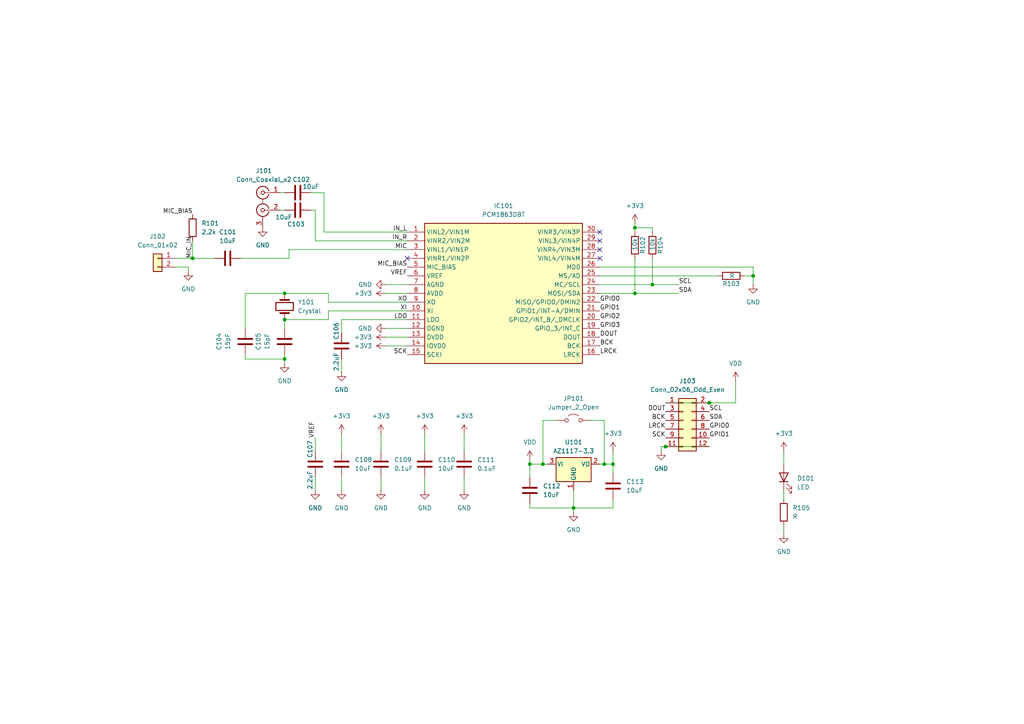
<source format=kicad_sch>
(kicad_sch
	(version 20231120)
	(generator "eeschema")
	(generator_version "8.0")
	(uuid "ddac4b35-89cf-4801-a314-b9edf635908c")
	(paper "A4")
	(lib_symbols
		(symbol "Connector:Conn_Coaxial_x2"
			(pin_names
				(offset 1.016) hide)
			(exclude_from_sim no)
			(in_bom yes)
			(on_board yes)
			(property "Reference" "J"
				(at 0 5.715 0)
				(effects
					(font
						(size 1.27 1.27)
					)
				)
			)
			(property "Value" "Conn_Coaxial_x2"
				(at 2.921 0 90)
				(effects
					(font
						(size 1.27 1.27)
					)
				)
			)
			(property "Footprint" ""
				(at 0 -2.54 0)
				(effects
					(font
						(size 1.27 1.27)
					)
					(hide yes)
				)
			)
			(property "Datasheet" "~"
				(at 0 -2.54 0)
				(effects
					(font
						(size 1.27 1.27)
					)
					(hide yes)
				)
			)
			(property "Description" "double coaxial connector (BNC, SMA, SMB, SMC, Cinch/RCA, LEMO, ...)"
				(at 0 0 0)
				(effects
					(font
						(size 1.27 1.27)
					)
					(hide yes)
				)
			)
			(property "ki_keywords" "BNC SMA SMB SMC LEMO coaxial connector CINCH RCA"
				(at 0 0 0)
				(effects
					(font
						(size 1.27 1.27)
					)
					(hide yes)
				)
			)
			(property "ki_fp_filters" "*BNC* *SMA* *SMB* *SMC* *Cinch* *LEMO*"
				(at 0 0 0)
				(effects
					(font
						(size 1.27 1.27)
					)
					(hide yes)
				)
			)
			(symbol "Conn_Coaxial_x2_0_1"
				(arc
					(start -1.778 -3.048)
					(mid 0.2311 -4.3466)
					(end 1.778 -2.54)
					(stroke
						(width 0.254)
						(type default)
					)
					(fill
						(type none)
					)
				)
				(arc
					(start -1.778 2.032)
					(mid 0.2311 0.7334)
					(end 1.778 2.54)
					(stroke
						(width 0.254)
						(type default)
					)
					(fill
						(type none)
					)
				)
				(circle
					(center 0 -2.54)
					(radius 0.508)
					(stroke
						(width 0.2032)
						(type default)
					)
					(fill
						(type none)
					)
				)
				(polyline
					(pts
						(xy -2.54 -2.54) (xy -0.508 -2.54)
					)
					(stroke
						(width 0)
						(type default)
					)
					(fill
						(type none)
					)
				)
				(polyline
					(pts
						(xy -2.54 2.54) (xy -0.508 2.54)
					)
					(stroke
						(width 0)
						(type default)
					)
					(fill
						(type none)
					)
				)
				(polyline
					(pts
						(xy 0 -5.08) (xy 0 -4.318)
					)
					(stroke
						(width 0)
						(type default)
					)
					(fill
						(type none)
					)
				)
				(polyline
					(pts
						(xy 0 0.762) (xy 0 -0.635)
					)
					(stroke
						(width 0)
						(type default)
					)
					(fill
						(type none)
					)
				)
				(circle
					(center 0 2.54)
					(radius 0.508)
					(stroke
						(width 0.2032)
						(type default)
					)
					(fill
						(type none)
					)
				)
				(arc
					(start 1.778 -2.54)
					(mid 0.2099 -0.7299)
					(end -1.778 -2.032)
					(stroke
						(width 0.254)
						(type default)
					)
					(fill
						(type none)
					)
				)
				(arc
					(start 1.778 2.54)
					(mid 0.2099 4.3501)
					(end -1.778 3.048)
					(stroke
						(width 0.254)
						(type default)
					)
					(fill
						(type none)
					)
				)
			)
			(symbol "Conn_Coaxial_x2_1_1"
				(pin passive line
					(at -5.08 2.54 0)
					(length 2.54)
					(name "IN1"
						(effects
							(font
								(size 1.27 1.27)
							)
						)
					)
					(number "1"
						(effects
							(font
								(size 1.27 1.27)
							)
						)
					)
				)
				(pin passive line
					(at -5.08 -2.54 0)
					(length 2.54)
					(name "IN2"
						(effects
							(font
								(size 1.27 1.27)
							)
						)
					)
					(number "2"
						(effects
							(font
								(size 1.27 1.27)
							)
						)
					)
				)
				(pin passive line
					(at 0 -7.62 90)
					(length 2.54)
					(name "EXT"
						(effects
							(font
								(size 1.27 1.27)
							)
						)
					)
					(number "3"
						(effects
							(font
								(size 1.27 1.27)
							)
						)
					)
				)
			)
		)
		(symbol "Connector_Generic:Conn_01x02"
			(pin_names
				(offset 1.016) hide)
			(exclude_from_sim no)
			(in_bom yes)
			(on_board yes)
			(property "Reference" "J"
				(at 0 2.54 0)
				(effects
					(font
						(size 1.27 1.27)
					)
				)
			)
			(property "Value" "Conn_01x02"
				(at 0 -5.08 0)
				(effects
					(font
						(size 1.27 1.27)
					)
				)
			)
			(property "Footprint" ""
				(at 0 0 0)
				(effects
					(font
						(size 1.27 1.27)
					)
					(hide yes)
				)
			)
			(property "Datasheet" "~"
				(at 0 0 0)
				(effects
					(font
						(size 1.27 1.27)
					)
					(hide yes)
				)
			)
			(property "Description" "Generic connector, single row, 01x02, script generated (kicad-library-utils/schlib/autogen/connector/)"
				(at 0 0 0)
				(effects
					(font
						(size 1.27 1.27)
					)
					(hide yes)
				)
			)
			(property "ki_keywords" "connector"
				(at 0 0 0)
				(effects
					(font
						(size 1.27 1.27)
					)
					(hide yes)
				)
			)
			(property "ki_fp_filters" "Connector*:*_1x??_*"
				(at 0 0 0)
				(effects
					(font
						(size 1.27 1.27)
					)
					(hide yes)
				)
			)
			(symbol "Conn_01x02_1_1"
				(rectangle
					(start -1.27 -2.413)
					(end 0 -2.667)
					(stroke
						(width 0.1524)
						(type default)
					)
					(fill
						(type none)
					)
				)
				(rectangle
					(start -1.27 0.127)
					(end 0 -0.127)
					(stroke
						(width 0.1524)
						(type default)
					)
					(fill
						(type none)
					)
				)
				(rectangle
					(start -1.27 1.27)
					(end 1.27 -3.81)
					(stroke
						(width 0.254)
						(type default)
					)
					(fill
						(type background)
					)
				)
				(pin passive line
					(at -5.08 0 0)
					(length 3.81)
					(name "Pin_1"
						(effects
							(font
								(size 1.27 1.27)
							)
						)
					)
					(number "1"
						(effects
							(font
								(size 1.27 1.27)
							)
						)
					)
				)
				(pin passive line
					(at -5.08 -2.54 0)
					(length 3.81)
					(name "Pin_2"
						(effects
							(font
								(size 1.27 1.27)
							)
						)
					)
					(number "2"
						(effects
							(font
								(size 1.27 1.27)
							)
						)
					)
				)
			)
		)
		(symbol "Connector_Generic:Conn_02x06_Odd_Even"
			(pin_names
				(offset 1.016) hide)
			(exclude_from_sim no)
			(in_bom yes)
			(on_board yes)
			(property "Reference" "J"
				(at 1.27 7.62 0)
				(effects
					(font
						(size 1.27 1.27)
					)
				)
			)
			(property "Value" "Conn_02x06_Odd_Even"
				(at 1.27 -10.16 0)
				(effects
					(font
						(size 1.27 1.27)
					)
				)
			)
			(property "Footprint" ""
				(at 0 0 0)
				(effects
					(font
						(size 1.27 1.27)
					)
					(hide yes)
				)
			)
			(property "Datasheet" "~"
				(at 0 0 0)
				(effects
					(font
						(size 1.27 1.27)
					)
					(hide yes)
				)
			)
			(property "Description" "Generic connector, double row, 02x06, odd/even pin numbering scheme (row 1 odd numbers, row 2 even numbers), script generated (kicad-library-utils/schlib/autogen/connector/)"
				(at 0 0 0)
				(effects
					(font
						(size 1.27 1.27)
					)
					(hide yes)
				)
			)
			(property "ki_keywords" "connector"
				(at 0 0 0)
				(effects
					(font
						(size 1.27 1.27)
					)
					(hide yes)
				)
			)
			(property "ki_fp_filters" "Connector*:*_2x??_*"
				(at 0 0 0)
				(effects
					(font
						(size 1.27 1.27)
					)
					(hide yes)
				)
			)
			(symbol "Conn_02x06_Odd_Even_1_1"
				(rectangle
					(start -1.27 -7.493)
					(end 0 -7.747)
					(stroke
						(width 0.1524)
						(type default)
					)
					(fill
						(type none)
					)
				)
				(rectangle
					(start -1.27 -4.953)
					(end 0 -5.207)
					(stroke
						(width 0.1524)
						(type default)
					)
					(fill
						(type none)
					)
				)
				(rectangle
					(start -1.27 -2.413)
					(end 0 -2.667)
					(stroke
						(width 0.1524)
						(type default)
					)
					(fill
						(type none)
					)
				)
				(rectangle
					(start -1.27 0.127)
					(end 0 -0.127)
					(stroke
						(width 0.1524)
						(type default)
					)
					(fill
						(type none)
					)
				)
				(rectangle
					(start -1.27 2.667)
					(end 0 2.413)
					(stroke
						(width 0.1524)
						(type default)
					)
					(fill
						(type none)
					)
				)
				(rectangle
					(start -1.27 5.207)
					(end 0 4.953)
					(stroke
						(width 0.1524)
						(type default)
					)
					(fill
						(type none)
					)
				)
				(rectangle
					(start -1.27 6.35)
					(end 3.81 -8.89)
					(stroke
						(width 0.254)
						(type default)
					)
					(fill
						(type background)
					)
				)
				(rectangle
					(start 3.81 -7.493)
					(end 2.54 -7.747)
					(stroke
						(width 0.1524)
						(type default)
					)
					(fill
						(type none)
					)
				)
				(rectangle
					(start 3.81 -4.953)
					(end 2.54 -5.207)
					(stroke
						(width 0.1524)
						(type default)
					)
					(fill
						(type none)
					)
				)
				(rectangle
					(start 3.81 -2.413)
					(end 2.54 -2.667)
					(stroke
						(width 0.1524)
						(type default)
					)
					(fill
						(type none)
					)
				)
				(rectangle
					(start 3.81 0.127)
					(end 2.54 -0.127)
					(stroke
						(width 0.1524)
						(type default)
					)
					(fill
						(type none)
					)
				)
				(rectangle
					(start 3.81 2.667)
					(end 2.54 2.413)
					(stroke
						(width 0.1524)
						(type default)
					)
					(fill
						(type none)
					)
				)
				(rectangle
					(start 3.81 5.207)
					(end 2.54 4.953)
					(stroke
						(width 0.1524)
						(type default)
					)
					(fill
						(type none)
					)
				)
				(pin passive line
					(at -5.08 5.08 0)
					(length 3.81)
					(name "Pin_1"
						(effects
							(font
								(size 1.27 1.27)
							)
						)
					)
					(number "1"
						(effects
							(font
								(size 1.27 1.27)
							)
						)
					)
				)
				(pin passive line
					(at 7.62 -5.08 180)
					(length 3.81)
					(name "Pin_10"
						(effects
							(font
								(size 1.27 1.27)
							)
						)
					)
					(number "10"
						(effects
							(font
								(size 1.27 1.27)
							)
						)
					)
				)
				(pin passive line
					(at -5.08 -7.62 0)
					(length 3.81)
					(name "Pin_11"
						(effects
							(font
								(size 1.27 1.27)
							)
						)
					)
					(number "11"
						(effects
							(font
								(size 1.27 1.27)
							)
						)
					)
				)
				(pin passive line
					(at 7.62 -7.62 180)
					(length 3.81)
					(name "Pin_12"
						(effects
							(font
								(size 1.27 1.27)
							)
						)
					)
					(number "12"
						(effects
							(font
								(size 1.27 1.27)
							)
						)
					)
				)
				(pin passive line
					(at 7.62 5.08 180)
					(length 3.81)
					(name "Pin_2"
						(effects
							(font
								(size 1.27 1.27)
							)
						)
					)
					(number "2"
						(effects
							(font
								(size 1.27 1.27)
							)
						)
					)
				)
				(pin passive line
					(at -5.08 2.54 0)
					(length 3.81)
					(name "Pin_3"
						(effects
							(font
								(size 1.27 1.27)
							)
						)
					)
					(number "3"
						(effects
							(font
								(size 1.27 1.27)
							)
						)
					)
				)
				(pin passive line
					(at 7.62 2.54 180)
					(length 3.81)
					(name "Pin_4"
						(effects
							(font
								(size 1.27 1.27)
							)
						)
					)
					(number "4"
						(effects
							(font
								(size 1.27 1.27)
							)
						)
					)
				)
				(pin passive line
					(at -5.08 0 0)
					(length 3.81)
					(name "Pin_5"
						(effects
							(font
								(size 1.27 1.27)
							)
						)
					)
					(number "5"
						(effects
							(font
								(size 1.27 1.27)
							)
						)
					)
				)
				(pin passive line
					(at 7.62 0 180)
					(length 3.81)
					(name "Pin_6"
						(effects
							(font
								(size 1.27 1.27)
							)
						)
					)
					(number "6"
						(effects
							(font
								(size 1.27 1.27)
							)
						)
					)
				)
				(pin passive line
					(at -5.08 -2.54 0)
					(length 3.81)
					(name "Pin_7"
						(effects
							(font
								(size 1.27 1.27)
							)
						)
					)
					(number "7"
						(effects
							(font
								(size 1.27 1.27)
							)
						)
					)
				)
				(pin passive line
					(at 7.62 -2.54 180)
					(length 3.81)
					(name "Pin_8"
						(effects
							(font
								(size 1.27 1.27)
							)
						)
					)
					(number "8"
						(effects
							(font
								(size 1.27 1.27)
							)
						)
					)
				)
				(pin passive line
					(at -5.08 -5.08 0)
					(length 3.81)
					(name "Pin_9"
						(effects
							(font
								(size 1.27 1.27)
							)
						)
					)
					(number "9"
						(effects
							(font
								(size 1.27 1.27)
							)
						)
					)
				)
			)
		)
		(symbol "Device:C"
			(pin_numbers hide)
			(pin_names
				(offset 0.254)
			)
			(exclude_from_sim no)
			(in_bom yes)
			(on_board yes)
			(property "Reference" "C"
				(at 0.635 2.54 0)
				(effects
					(font
						(size 1.27 1.27)
					)
					(justify left)
				)
			)
			(property "Value" "C"
				(at 0.635 -2.54 0)
				(effects
					(font
						(size 1.27 1.27)
					)
					(justify left)
				)
			)
			(property "Footprint" ""
				(at 0.9652 -3.81 0)
				(effects
					(font
						(size 1.27 1.27)
					)
					(hide yes)
				)
			)
			(property "Datasheet" "~"
				(at 0 0 0)
				(effects
					(font
						(size 1.27 1.27)
					)
					(hide yes)
				)
			)
			(property "Description" "Unpolarized capacitor"
				(at 0 0 0)
				(effects
					(font
						(size 1.27 1.27)
					)
					(hide yes)
				)
			)
			(property "ki_keywords" "cap capacitor"
				(at 0 0 0)
				(effects
					(font
						(size 1.27 1.27)
					)
					(hide yes)
				)
			)
			(property "ki_fp_filters" "C_*"
				(at 0 0 0)
				(effects
					(font
						(size 1.27 1.27)
					)
					(hide yes)
				)
			)
			(symbol "C_0_1"
				(polyline
					(pts
						(xy -2.032 -0.762) (xy 2.032 -0.762)
					)
					(stroke
						(width 0.508)
						(type default)
					)
					(fill
						(type none)
					)
				)
				(polyline
					(pts
						(xy -2.032 0.762) (xy 2.032 0.762)
					)
					(stroke
						(width 0.508)
						(type default)
					)
					(fill
						(type none)
					)
				)
			)
			(symbol "C_1_1"
				(pin passive line
					(at 0 3.81 270)
					(length 2.794)
					(name "~"
						(effects
							(font
								(size 1.27 1.27)
							)
						)
					)
					(number "1"
						(effects
							(font
								(size 1.27 1.27)
							)
						)
					)
				)
				(pin passive line
					(at 0 -3.81 90)
					(length 2.794)
					(name "~"
						(effects
							(font
								(size 1.27 1.27)
							)
						)
					)
					(number "2"
						(effects
							(font
								(size 1.27 1.27)
							)
						)
					)
				)
			)
		)
		(symbol "Device:Crystal"
			(pin_numbers hide)
			(pin_names
				(offset 1.016) hide)
			(exclude_from_sim no)
			(in_bom yes)
			(on_board yes)
			(property "Reference" "Y"
				(at 0 3.81 0)
				(effects
					(font
						(size 1.27 1.27)
					)
				)
			)
			(property "Value" "Crystal"
				(at 0 -3.81 0)
				(effects
					(font
						(size 1.27 1.27)
					)
				)
			)
			(property "Footprint" ""
				(at 0 0 0)
				(effects
					(font
						(size 1.27 1.27)
					)
					(hide yes)
				)
			)
			(property "Datasheet" "~"
				(at 0 0 0)
				(effects
					(font
						(size 1.27 1.27)
					)
					(hide yes)
				)
			)
			(property "Description" "Two pin crystal"
				(at 0 0 0)
				(effects
					(font
						(size 1.27 1.27)
					)
					(hide yes)
				)
			)
			(property "ki_keywords" "quartz ceramic resonator oscillator"
				(at 0 0 0)
				(effects
					(font
						(size 1.27 1.27)
					)
					(hide yes)
				)
			)
			(property "ki_fp_filters" "Crystal*"
				(at 0 0 0)
				(effects
					(font
						(size 1.27 1.27)
					)
					(hide yes)
				)
			)
			(symbol "Crystal_0_1"
				(rectangle
					(start -1.143 2.54)
					(end 1.143 -2.54)
					(stroke
						(width 0.3048)
						(type default)
					)
					(fill
						(type none)
					)
				)
				(polyline
					(pts
						(xy -2.54 0) (xy -1.905 0)
					)
					(stroke
						(width 0)
						(type default)
					)
					(fill
						(type none)
					)
				)
				(polyline
					(pts
						(xy -1.905 -1.27) (xy -1.905 1.27)
					)
					(stroke
						(width 0.508)
						(type default)
					)
					(fill
						(type none)
					)
				)
				(polyline
					(pts
						(xy 1.905 -1.27) (xy 1.905 1.27)
					)
					(stroke
						(width 0.508)
						(type default)
					)
					(fill
						(type none)
					)
				)
				(polyline
					(pts
						(xy 2.54 0) (xy 1.905 0)
					)
					(stroke
						(width 0)
						(type default)
					)
					(fill
						(type none)
					)
				)
			)
			(symbol "Crystal_1_1"
				(pin passive line
					(at -3.81 0 0)
					(length 1.27)
					(name "1"
						(effects
							(font
								(size 1.27 1.27)
							)
						)
					)
					(number "1"
						(effects
							(font
								(size 1.27 1.27)
							)
						)
					)
				)
				(pin passive line
					(at 3.81 0 180)
					(length 1.27)
					(name "2"
						(effects
							(font
								(size 1.27 1.27)
							)
						)
					)
					(number "2"
						(effects
							(font
								(size 1.27 1.27)
							)
						)
					)
				)
			)
		)
		(symbol "Device:LED"
			(pin_numbers hide)
			(pin_names
				(offset 1.016) hide)
			(exclude_from_sim no)
			(in_bom yes)
			(on_board yes)
			(property "Reference" "D"
				(at 0 2.54 0)
				(effects
					(font
						(size 1.27 1.27)
					)
				)
			)
			(property "Value" "LED"
				(at 0 -2.54 0)
				(effects
					(font
						(size 1.27 1.27)
					)
				)
			)
			(property "Footprint" ""
				(at 0 0 0)
				(effects
					(font
						(size 1.27 1.27)
					)
					(hide yes)
				)
			)
			(property "Datasheet" "~"
				(at 0 0 0)
				(effects
					(font
						(size 1.27 1.27)
					)
					(hide yes)
				)
			)
			(property "Description" "Light emitting diode"
				(at 0 0 0)
				(effects
					(font
						(size 1.27 1.27)
					)
					(hide yes)
				)
			)
			(property "ki_keywords" "LED diode"
				(at 0 0 0)
				(effects
					(font
						(size 1.27 1.27)
					)
					(hide yes)
				)
			)
			(property "ki_fp_filters" "LED* LED_SMD:* LED_THT:*"
				(at 0 0 0)
				(effects
					(font
						(size 1.27 1.27)
					)
					(hide yes)
				)
			)
			(symbol "LED_0_1"
				(polyline
					(pts
						(xy -1.27 -1.27) (xy -1.27 1.27)
					)
					(stroke
						(width 0.254)
						(type default)
					)
					(fill
						(type none)
					)
				)
				(polyline
					(pts
						(xy -1.27 0) (xy 1.27 0)
					)
					(stroke
						(width 0)
						(type default)
					)
					(fill
						(type none)
					)
				)
				(polyline
					(pts
						(xy 1.27 -1.27) (xy 1.27 1.27) (xy -1.27 0) (xy 1.27 -1.27)
					)
					(stroke
						(width 0.254)
						(type default)
					)
					(fill
						(type none)
					)
				)
				(polyline
					(pts
						(xy -3.048 -0.762) (xy -4.572 -2.286) (xy -3.81 -2.286) (xy -4.572 -2.286) (xy -4.572 -1.524)
					)
					(stroke
						(width 0)
						(type default)
					)
					(fill
						(type none)
					)
				)
				(polyline
					(pts
						(xy -1.778 -0.762) (xy -3.302 -2.286) (xy -2.54 -2.286) (xy -3.302 -2.286) (xy -3.302 -1.524)
					)
					(stroke
						(width 0)
						(type default)
					)
					(fill
						(type none)
					)
				)
			)
			(symbol "LED_1_1"
				(pin passive line
					(at -3.81 0 0)
					(length 2.54)
					(name "K"
						(effects
							(font
								(size 1.27 1.27)
							)
						)
					)
					(number "1"
						(effects
							(font
								(size 1.27 1.27)
							)
						)
					)
				)
				(pin passive line
					(at 3.81 0 180)
					(length 2.54)
					(name "A"
						(effects
							(font
								(size 1.27 1.27)
							)
						)
					)
					(number "2"
						(effects
							(font
								(size 1.27 1.27)
							)
						)
					)
				)
			)
		)
		(symbol "Device:R"
			(pin_numbers hide)
			(pin_names
				(offset 0)
			)
			(exclude_from_sim no)
			(in_bom yes)
			(on_board yes)
			(property "Reference" "R"
				(at 2.032 0 90)
				(effects
					(font
						(size 1.27 1.27)
					)
				)
			)
			(property "Value" "R"
				(at 0 0 90)
				(effects
					(font
						(size 1.27 1.27)
					)
				)
			)
			(property "Footprint" ""
				(at -1.778 0 90)
				(effects
					(font
						(size 1.27 1.27)
					)
					(hide yes)
				)
			)
			(property "Datasheet" "~"
				(at 0 0 0)
				(effects
					(font
						(size 1.27 1.27)
					)
					(hide yes)
				)
			)
			(property "Description" "Resistor"
				(at 0 0 0)
				(effects
					(font
						(size 1.27 1.27)
					)
					(hide yes)
				)
			)
			(property "ki_keywords" "R res resistor"
				(at 0 0 0)
				(effects
					(font
						(size 1.27 1.27)
					)
					(hide yes)
				)
			)
			(property "ki_fp_filters" "R_*"
				(at 0 0 0)
				(effects
					(font
						(size 1.27 1.27)
					)
					(hide yes)
				)
			)
			(symbol "R_0_1"
				(rectangle
					(start -1.016 -2.54)
					(end 1.016 2.54)
					(stroke
						(width 0.254)
						(type default)
					)
					(fill
						(type none)
					)
				)
			)
			(symbol "R_1_1"
				(pin passive line
					(at 0 3.81 270)
					(length 1.27)
					(name "~"
						(effects
							(font
								(size 1.27 1.27)
							)
						)
					)
					(number "1"
						(effects
							(font
								(size 1.27 1.27)
							)
						)
					)
				)
				(pin passive line
					(at 0 -3.81 90)
					(length 1.27)
					(name "~"
						(effects
							(font
								(size 1.27 1.27)
							)
						)
					)
					(number "2"
						(effects
							(font
								(size 1.27 1.27)
							)
						)
					)
				)
			)
		)
		(symbol "Jumper:Jumper_2_Open"
			(pin_numbers hide)
			(pin_names
				(offset 0) hide)
			(exclude_from_sim yes)
			(in_bom yes)
			(on_board yes)
			(property "Reference" "JP"
				(at 0 2.794 0)
				(effects
					(font
						(size 1.27 1.27)
					)
				)
			)
			(property "Value" "Jumper_2_Open"
				(at 0 -2.286 0)
				(effects
					(font
						(size 1.27 1.27)
					)
				)
			)
			(property "Footprint" ""
				(at 0 0 0)
				(effects
					(font
						(size 1.27 1.27)
					)
					(hide yes)
				)
			)
			(property "Datasheet" "~"
				(at 0 0 0)
				(effects
					(font
						(size 1.27 1.27)
					)
					(hide yes)
				)
			)
			(property "Description" "Jumper, 2-pole, open"
				(at 0 0 0)
				(effects
					(font
						(size 1.27 1.27)
					)
					(hide yes)
				)
			)
			(property "ki_keywords" "Jumper SPST"
				(at 0 0 0)
				(effects
					(font
						(size 1.27 1.27)
					)
					(hide yes)
				)
			)
			(property "ki_fp_filters" "Jumper* TestPoint*2Pads* TestPoint*Bridge*"
				(at 0 0 0)
				(effects
					(font
						(size 1.27 1.27)
					)
					(hide yes)
				)
			)
			(symbol "Jumper_2_Open_0_0"
				(circle
					(center -2.032 0)
					(radius 0.508)
					(stroke
						(width 0)
						(type default)
					)
					(fill
						(type none)
					)
				)
				(circle
					(center 2.032 0)
					(radius 0.508)
					(stroke
						(width 0)
						(type default)
					)
					(fill
						(type none)
					)
				)
			)
			(symbol "Jumper_2_Open_0_1"
				(arc
					(start 1.524 1.27)
					(mid 0 1.778)
					(end -1.524 1.27)
					(stroke
						(width 0)
						(type default)
					)
					(fill
						(type none)
					)
				)
			)
			(symbol "Jumper_2_Open_1_1"
				(pin passive line
					(at -5.08 0 0)
					(length 2.54)
					(name "A"
						(effects
							(font
								(size 1.27 1.27)
							)
						)
					)
					(number "1"
						(effects
							(font
								(size 1.27 1.27)
							)
						)
					)
				)
				(pin passive line
					(at 5.08 0 180)
					(length 2.54)
					(name "B"
						(effects
							(font
								(size 1.27 1.27)
							)
						)
					)
					(number "2"
						(effects
							(font
								(size 1.27 1.27)
							)
						)
					)
				)
			)
		)
		(symbol "Regulator_Linear:AZ1117-3.3"
			(pin_names
				(offset 0.254)
			)
			(exclude_from_sim no)
			(in_bom yes)
			(on_board yes)
			(property "Reference" "U"
				(at -3.81 3.175 0)
				(effects
					(font
						(size 1.27 1.27)
					)
				)
			)
			(property "Value" "AZ1117-3.3"
				(at 0 3.175 0)
				(effects
					(font
						(size 1.27 1.27)
					)
					(justify left)
				)
			)
			(property "Footprint" ""
				(at 0 6.35 0)
				(effects
					(font
						(size 1.27 1.27)
						(italic yes)
					)
					(hide yes)
				)
			)
			(property "Datasheet" "https://www.diodes.com/assets/Datasheets/AZ1117.pdf"
				(at 0 0 0)
				(effects
					(font
						(size 1.27 1.27)
					)
					(hide yes)
				)
			)
			(property "Description" "1A 20V Fixed LDO Linear Regulator, 3.3V, SOT-89/SOT-223/TO-220/TO-252/TO-263"
				(at 0 0 0)
				(effects
					(font
						(size 1.27 1.27)
					)
					(hide yes)
				)
			)
			(property "ki_keywords" "Fixed Voltage Regulator 1A Positive LDO"
				(at 0 0 0)
				(effects
					(font
						(size 1.27 1.27)
					)
					(hide yes)
				)
			)
			(property "ki_fp_filters" "SOT?223* SOT?89* TO?220* TO?252* TO?263*"
				(at 0 0 0)
				(effects
					(font
						(size 1.27 1.27)
					)
					(hide yes)
				)
			)
			(symbol "AZ1117-3.3_0_1"
				(rectangle
					(start -5.08 1.905)
					(end 5.08 -5.08)
					(stroke
						(width 0.254)
						(type default)
					)
					(fill
						(type background)
					)
				)
			)
			(symbol "AZ1117-3.3_1_1"
				(pin power_in line
					(at 0 -7.62 90)
					(length 2.54)
					(name "GND"
						(effects
							(font
								(size 1.27 1.27)
							)
						)
					)
					(number "1"
						(effects
							(font
								(size 1.27 1.27)
							)
						)
					)
				)
				(pin power_out line
					(at 7.62 0 180)
					(length 2.54)
					(name "VO"
						(effects
							(font
								(size 1.27 1.27)
							)
						)
					)
					(number "2"
						(effects
							(font
								(size 1.27 1.27)
							)
						)
					)
				)
				(pin power_in line
					(at -7.62 0 0)
					(length 2.54)
					(name "VI"
						(effects
							(font
								(size 1.27 1.27)
							)
						)
					)
					(number "3"
						(effects
							(font
								(size 1.27 1.27)
							)
						)
					)
				)
			)
		)
		(symbol "adc_pcm:PCM1863DBT"
			(exclude_from_sim no)
			(in_bom yes)
			(on_board yes)
			(property "Reference" "IC"
				(at 52.07 7.62 0)
				(effects
					(font
						(size 1.27 1.27)
					)
					(justify left top)
				)
			)
			(property "Value" "PCM1863DBT"
				(at 52.07 5.08 0)
				(effects
					(font
						(size 1.27 1.27)
					)
					(justify left top)
				)
			)
			(property "Footprint" "adc_pcm:SOP50P640X120-30N"
				(at 52.07 -94.92 0)
				(effects
					(font
						(size 1.27 1.27)
					)
					(justify left top)
					(hide yes)
				)
			)
			(property "Datasheet" "http://www.ti.com/general/docs/lit/getliterature.tsp?genericPartNumber=PCM1863&&fileType=pdf"
				(at 52.07 -194.92 0)
				(effects
					(font
						(size 1.27 1.27)
					)
					(justify left top)
					(hide yes)
				)
			)
			(property "Description" "110dB 2-Channel Software-Controlled Audio ADC With Universal Front End"
				(at 0 0 0)
				(effects
					(font
						(size 1.27 1.27)
					)
					(hide yes)
				)
			)
			(property "Height" "1.2"
				(at 52.07 -394.92 0)
				(effects
					(font
						(size 1.27 1.27)
					)
					(justify left top)
					(hide yes)
				)
			)
			(property "Mouser Part Number" "595-PCM1863DBT"
				(at 52.07 -494.92 0)
				(effects
					(font
						(size 1.27 1.27)
					)
					(justify left top)
					(hide yes)
				)
			)
			(property "Mouser Price/Stock" "https://www.mouser.co.uk/ProductDetail/Texas-Instruments/PCM1863DBT?qs=p08Uhw9w2FxLrxa98H2UWw%3D%3D"
				(at 52.07 -594.92 0)
				(effects
					(font
						(size 1.27 1.27)
					)
					(justify left top)
					(hide yes)
				)
			)
			(property "Manufacturer_Name" "Texas Instruments"
				(at 52.07 -694.92 0)
				(effects
					(font
						(size 1.27 1.27)
					)
					(justify left top)
					(hide yes)
				)
			)
			(property "Manufacturer_Part_Number" "PCM1863DBT"
				(at 52.07 -794.92 0)
				(effects
					(font
						(size 1.27 1.27)
					)
					(justify left top)
					(hide yes)
				)
			)
			(symbol "PCM1863DBT_1_1"
				(rectangle
					(start 5.08 2.54)
					(end 50.8 -38.1)
					(stroke
						(width 0.254)
						(type default)
					)
					(fill
						(type background)
					)
				)
				(pin passive line
					(at 0 0 0)
					(length 5.08)
					(name "VINL2/VIN1M"
						(effects
							(font
								(size 1.27 1.27)
							)
						)
					)
					(number "1"
						(effects
							(font
								(size 1.27 1.27)
							)
						)
					)
				)
				(pin passive line
					(at 0 -22.86 0)
					(length 5.08)
					(name "XI"
						(effects
							(font
								(size 1.27 1.27)
							)
						)
					)
					(number "10"
						(effects
							(font
								(size 1.27 1.27)
							)
						)
					)
				)
				(pin passive line
					(at 0 -25.4 0)
					(length 5.08)
					(name "LDO"
						(effects
							(font
								(size 1.27 1.27)
							)
						)
					)
					(number "11"
						(effects
							(font
								(size 1.27 1.27)
							)
						)
					)
				)
				(pin passive line
					(at 0 -27.94 0)
					(length 5.08)
					(name "DGND"
						(effects
							(font
								(size 1.27 1.27)
							)
						)
					)
					(number "12"
						(effects
							(font
								(size 1.27 1.27)
							)
						)
					)
				)
				(pin passive line
					(at 0 -30.48 0)
					(length 5.08)
					(name "DVDD"
						(effects
							(font
								(size 1.27 1.27)
							)
						)
					)
					(number "13"
						(effects
							(font
								(size 1.27 1.27)
							)
						)
					)
				)
				(pin passive line
					(at 0 -33.02 0)
					(length 5.08)
					(name "IOVDD"
						(effects
							(font
								(size 1.27 1.27)
							)
						)
					)
					(number "14"
						(effects
							(font
								(size 1.27 1.27)
							)
						)
					)
				)
				(pin passive line
					(at 0 -35.56 0)
					(length 5.08)
					(name "SCKI"
						(effects
							(font
								(size 1.27 1.27)
							)
						)
					)
					(number "15"
						(effects
							(font
								(size 1.27 1.27)
							)
						)
					)
				)
				(pin passive line
					(at 55.88 -35.56 180)
					(length 5.08)
					(name "LRCK"
						(effects
							(font
								(size 1.27 1.27)
							)
						)
					)
					(number "16"
						(effects
							(font
								(size 1.27 1.27)
							)
						)
					)
				)
				(pin passive line
					(at 55.88 -33.02 180)
					(length 5.08)
					(name "BCK"
						(effects
							(font
								(size 1.27 1.27)
							)
						)
					)
					(number "17"
						(effects
							(font
								(size 1.27 1.27)
							)
						)
					)
				)
				(pin passive line
					(at 55.88 -30.48 180)
					(length 5.08)
					(name "DOUT"
						(effects
							(font
								(size 1.27 1.27)
							)
						)
					)
					(number "18"
						(effects
							(font
								(size 1.27 1.27)
							)
						)
					)
				)
				(pin passive line
					(at 55.88 -27.94 180)
					(length 5.08)
					(name "GPIO_3/INT_C"
						(effects
							(font
								(size 1.27 1.27)
							)
						)
					)
					(number "19"
						(effects
							(font
								(size 1.27 1.27)
							)
						)
					)
				)
				(pin passive line
					(at 0 -2.54 0)
					(length 5.08)
					(name "VINR2/VIN2M"
						(effects
							(font
								(size 1.27 1.27)
							)
						)
					)
					(number "2"
						(effects
							(font
								(size 1.27 1.27)
							)
						)
					)
				)
				(pin passive line
					(at 55.88 -25.4 180)
					(length 5.08)
					(name "GPIO2/INT_B/_DMCLK"
						(effects
							(font
								(size 1.27 1.27)
							)
						)
					)
					(number "20"
						(effects
							(font
								(size 1.27 1.27)
							)
						)
					)
				)
				(pin passive line
					(at 55.88 -22.86 180)
					(length 5.08)
					(name "GPIO1/INT-A/DMIN"
						(effects
							(font
								(size 1.27 1.27)
							)
						)
					)
					(number "21"
						(effects
							(font
								(size 1.27 1.27)
							)
						)
					)
				)
				(pin passive line
					(at 55.88 -20.32 180)
					(length 5.08)
					(name "MISO/GPIO0/DMIN2"
						(effects
							(font
								(size 1.27 1.27)
							)
						)
					)
					(number "22"
						(effects
							(font
								(size 1.27 1.27)
							)
						)
					)
				)
				(pin passive line
					(at 55.88 -17.78 180)
					(length 5.08)
					(name "MOSI/SDA"
						(effects
							(font
								(size 1.27 1.27)
							)
						)
					)
					(number "23"
						(effects
							(font
								(size 1.27 1.27)
							)
						)
					)
				)
				(pin passive line
					(at 55.88 -15.24 180)
					(length 5.08)
					(name "MC/SCL"
						(effects
							(font
								(size 1.27 1.27)
							)
						)
					)
					(number "24"
						(effects
							(font
								(size 1.27 1.27)
							)
						)
					)
				)
				(pin passive line
					(at 55.88 -12.7 180)
					(length 5.08)
					(name "MS/AD"
						(effects
							(font
								(size 1.27 1.27)
							)
						)
					)
					(number "25"
						(effects
							(font
								(size 1.27 1.27)
							)
						)
					)
				)
				(pin passive line
					(at 55.88 -10.16 180)
					(length 5.08)
					(name "MD0"
						(effects
							(font
								(size 1.27 1.27)
							)
						)
					)
					(number "26"
						(effects
							(font
								(size 1.27 1.27)
							)
						)
					)
				)
				(pin passive line
					(at 55.88 -7.62 180)
					(length 5.08)
					(name "VINL4/VIN4M"
						(effects
							(font
								(size 1.27 1.27)
							)
						)
					)
					(number "27"
						(effects
							(font
								(size 1.27 1.27)
							)
						)
					)
				)
				(pin passive line
					(at 55.88 -5.08 180)
					(length 5.08)
					(name "VINR4/VIN3M"
						(effects
							(font
								(size 1.27 1.27)
							)
						)
					)
					(number "28"
						(effects
							(font
								(size 1.27 1.27)
							)
						)
					)
				)
				(pin passive line
					(at 55.88 -2.54 180)
					(length 5.08)
					(name "VINL3/VIN4P"
						(effects
							(font
								(size 1.27 1.27)
							)
						)
					)
					(number "29"
						(effects
							(font
								(size 1.27 1.27)
							)
						)
					)
				)
				(pin passive line
					(at 0 -5.08 0)
					(length 5.08)
					(name "VINL1/VIN1P"
						(effects
							(font
								(size 1.27 1.27)
							)
						)
					)
					(number "3"
						(effects
							(font
								(size 1.27 1.27)
							)
						)
					)
				)
				(pin passive line
					(at 55.88 0 180)
					(length 5.08)
					(name "VINR3/VIN3P"
						(effects
							(font
								(size 1.27 1.27)
							)
						)
					)
					(number "30"
						(effects
							(font
								(size 1.27 1.27)
							)
						)
					)
				)
				(pin passive line
					(at 0 -7.62 0)
					(length 5.08)
					(name "VINR1/VIN2P"
						(effects
							(font
								(size 1.27 1.27)
							)
						)
					)
					(number "4"
						(effects
							(font
								(size 1.27 1.27)
							)
						)
					)
				)
				(pin passive line
					(at 0 -10.16 0)
					(length 5.08)
					(name "MIC_BIAS"
						(effects
							(font
								(size 1.27 1.27)
							)
						)
					)
					(number "5"
						(effects
							(font
								(size 1.27 1.27)
							)
						)
					)
				)
				(pin passive line
					(at 0 -12.7 0)
					(length 5.08)
					(name "VREF"
						(effects
							(font
								(size 1.27 1.27)
							)
						)
					)
					(number "6"
						(effects
							(font
								(size 1.27 1.27)
							)
						)
					)
				)
				(pin passive line
					(at 0 -15.24 0)
					(length 5.08)
					(name "AGND"
						(effects
							(font
								(size 1.27 1.27)
							)
						)
					)
					(number "7"
						(effects
							(font
								(size 1.27 1.27)
							)
						)
					)
				)
				(pin passive line
					(at 0 -17.78 0)
					(length 5.08)
					(name "AVDD"
						(effects
							(font
								(size 1.27 1.27)
							)
						)
					)
					(number "8"
						(effects
							(font
								(size 1.27 1.27)
							)
						)
					)
				)
				(pin passive line
					(at 0 -20.32 0)
					(length 5.08)
					(name "XO"
						(effects
							(font
								(size 1.27 1.27)
							)
						)
					)
					(number "9"
						(effects
							(font
								(size 1.27 1.27)
							)
						)
					)
				)
			)
		)
		(symbol "power:+3V3"
			(power)
			(pin_numbers hide)
			(pin_names
				(offset 0) hide)
			(exclude_from_sim no)
			(in_bom yes)
			(on_board yes)
			(property "Reference" "#PWR"
				(at 0 -3.81 0)
				(effects
					(font
						(size 1.27 1.27)
					)
					(hide yes)
				)
			)
			(property "Value" "+3V3"
				(at 0 3.556 0)
				(effects
					(font
						(size 1.27 1.27)
					)
				)
			)
			(property "Footprint" ""
				(at 0 0 0)
				(effects
					(font
						(size 1.27 1.27)
					)
					(hide yes)
				)
			)
			(property "Datasheet" ""
				(at 0 0 0)
				(effects
					(font
						(size 1.27 1.27)
					)
					(hide yes)
				)
			)
			(property "Description" "Power symbol creates a global label with name \"+3V3\""
				(at 0 0 0)
				(effects
					(font
						(size 1.27 1.27)
					)
					(hide yes)
				)
			)
			(property "ki_keywords" "global power"
				(at 0 0 0)
				(effects
					(font
						(size 1.27 1.27)
					)
					(hide yes)
				)
			)
			(symbol "+3V3_0_1"
				(polyline
					(pts
						(xy -0.762 1.27) (xy 0 2.54)
					)
					(stroke
						(width 0)
						(type default)
					)
					(fill
						(type none)
					)
				)
				(polyline
					(pts
						(xy 0 0) (xy 0 2.54)
					)
					(stroke
						(width 0)
						(type default)
					)
					(fill
						(type none)
					)
				)
				(polyline
					(pts
						(xy 0 2.54) (xy 0.762 1.27)
					)
					(stroke
						(width 0)
						(type default)
					)
					(fill
						(type none)
					)
				)
			)
			(symbol "+3V3_1_1"
				(pin power_in line
					(at 0 0 90)
					(length 0)
					(name "~"
						(effects
							(font
								(size 1.27 1.27)
							)
						)
					)
					(number "1"
						(effects
							(font
								(size 1.27 1.27)
							)
						)
					)
				)
			)
		)
		(symbol "power:GND"
			(power)
			(pin_numbers hide)
			(pin_names
				(offset 0) hide)
			(exclude_from_sim no)
			(in_bom yes)
			(on_board yes)
			(property "Reference" "#PWR"
				(at 0 -6.35 0)
				(effects
					(font
						(size 1.27 1.27)
					)
					(hide yes)
				)
			)
			(property "Value" "GND"
				(at 0 -3.81 0)
				(effects
					(font
						(size 1.27 1.27)
					)
				)
			)
			(property "Footprint" ""
				(at 0 0 0)
				(effects
					(font
						(size 1.27 1.27)
					)
					(hide yes)
				)
			)
			(property "Datasheet" ""
				(at 0 0 0)
				(effects
					(font
						(size 1.27 1.27)
					)
					(hide yes)
				)
			)
			(property "Description" "Power symbol creates a global label with name \"GND\" , ground"
				(at 0 0 0)
				(effects
					(font
						(size 1.27 1.27)
					)
					(hide yes)
				)
			)
			(property "ki_keywords" "global power"
				(at 0 0 0)
				(effects
					(font
						(size 1.27 1.27)
					)
					(hide yes)
				)
			)
			(symbol "GND_0_1"
				(polyline
					(pts
						(xy 0 0) (xy 0 -1.27) (xy 1.27 -1.27) (xy 0 -2.54) (xy -1.27 -1.27) (xy 0 -1.27)
					)
					(stroke
						(width 0)
						(type default)
					)
					(fill
						(type none)
					)
				)
			)
			(symbol "GND_1_1"
				(pin power_in line
					(at 0 0 270)
					(length 0)
					(name "~"
						(effects
							(font
								(size 1.27 1.27)
							)
						)
					)
					(number "1"
						(effects
							(font
								(size 1.27 1.27)
							)
						)
					)
				)
			)
		)
		(symbol "power:VDD"
			(power)
			(pin_numbers hide)
			(pin_names
				(offset 0) hide)
			(exclude_from_sim no)
			(in_bom yes)
			(on_board yes)
			(property "Reference" "#PWR"
				(at 0 -3.81 0)
				(effects
					(font
						(size 1.27 1.27)
					)
					(hide yes)
				)
			)
			(property "Value" "VDD"
				(at 0 3.556 0)
				(effects
					(font
						(size 1.27 1.27)
					)
				)
			)
			(property "Footprint" ""
				(at 0 0 0)
				(effects
					(font
						(size 1.27 1.27)
					)
					(hide yes)
				)
			)
			(property "Datasheet" ""
				(at 0 0 0)
				(effects
					(font
						(size 1.27 1.27)
					)
					(hide yes)
				)
			)
			(property "Description" "Power symbol creates a global label with name \"VDD\""
				(at 0 0 0)
				(effects
					(font
						(size 1.27 1.27)
					)
					(hide yes)
				)
			)
			(property "ki_keywords" "global power"
				(at 0 0 0)
				(effects
					(font
						(size 1.27 1.27)
					)
					(hide yes)
				)
			)
			(symbol "VDD_0_1"
				(polyline
					(pts
						(xy -0.762 1.27) (xy 0 2.54)
					)
					(stroke
						(width 0)
						(type default)
					)
					(fill
						(type none)
					)
				)
				(polyline
					(pts
						(xy 0 0) (xy 0 2.54)
					)
					(stroke
						(width 0)
						(type default)
					)
					(fill
						(type none)
					)
				)
				(polyline
					(pts
						(xy 0 2.54) (xy 0.762 1.27)
					)
					(stroke
						(width 0)
						(type default)
					)
					(fill
						(type none)
					)
				)
			)
			(symbol "VDD_1_1"
				(pin power_in line
					(at 0 0 90)
					(length 0)
					(name "~"
						(effects
							(font
								(size 1.27 1.27)
							)
						)
					)
					(number "1"
						(effects
							(font
								(size 1.27 1.27)
							)
						)
					)
				)
			)
		)
	)
	(junction
		(at 55.88 74.93)
		(diameter 0)
		(color 0 0 0 0)
		(uuid "0fbb95b5-06cd-44a3-ace2-bc0a49b284b7")
	)
	(junction
		(at 82.55 92.71)
		(diameter 0)
		(color 0 0 0 0)
		(uuid "1fd48ec0-fa75-4f2c-9127-97fff5cf8c3d")
	)
	(junction
		(at 184.15 85.09)
		(diameter 0)
		(color 0 0 0 0)
		(uuid "34556025-b6b7-460d-a4de-ddea57d8d4e1")
	)
	(junction
		(at 153.67 134.62)
		(diameter 0)
		(color 0 0 0 0)
		(uuid "391c7c4c-2a38-458a-b061-fc3bda546236")
	)
	(junction
		(at 82.55 85.09)
		(diameter 0)
		(color 0 0 0 0)
		(uuid "4f362174-42e3-44cf-bf30-09fc929529fd")
	)
	(junction
		(at 193.04 129.54)
		(diameter 0)
		(color 0 0 0 0)
		(uuid "506fa02e-5fc4-4193-8424-9b0f82e70955")
	)
	(junction
		(at 175.26 134.62)
		(diameter 0)
		(color 0 0 0 0)
		(uuid "73279965-2740-4ecb-b5b7-72a06b2a618c")
	)
	(junction
		(at 166.37 147.32)
		(diameter 0)
		(color 0 0 0 0)
		(uuid "83c206ed-6955-4399-a63f-95c3d5921f4c")
	)
	(junction
		(at 205.74 116.84)
		(diameter 0)
		(color 0 0 0 0)
		(uuid "87592ede-c06d-4b3e-a06e-9bff0a53b09c")
	)
	(junction
		(at 82.55 104.14)
		(diameter 0)
		(color 0 0 0 0)
		(uuid "9308bdde-1556-40cb-abc5-66c0100edcbd")
	)
	(junction
		(at 189.23 82.55)
		(diameter 0)
		(color 0 0 0 0)
		(uuid "94da9455-16b9-42a1-bb21-12a47f4ea231")
	)
	(junction
		(at 177.8 134.62)
		(diameter 0)
		(color 0 0 0 0)
		(uuid "a394f762-8d84-46d7-9fa3-c0555f928d25")
	)
	(junction
		(at 184.15 66.04)
		(diameter 0)
		(color 0 0 0 0)
		(uuid "b1453bdb-441c-4b02-bb2c-4b95e5899160")
	)
	(junction
		(at 157.48 134.62)
		(diameter 0)
		(color 0 0 0 0)
		(uuid "f81657d3-aebd-43db-947b-5679fb728f17")
	)
	(junction
		(at 218.44 80.01)
		(diameter 0)
		(color 0 0 0 0)
		(uuid "fe603f68-6c2a-4f05-943c-9f618a23708b")
	)
	(no_connect
		(at 118.11 74.93)
		(uuid "747c0231-8a2a-4cda-a336-2dac9cbf0d99")
	)
	(no_connect
		(at 173.99 67.31)
		(uuid "7ab345d7-260d-4ab2-b8ed-1405f86d1457")
	)
	(no_connect
		(at 173.99 69.85)
		(uuid "7ae04661-5c02-4305-9140-7aa22b3a4283")
	)
	(no_connect
		(at 173.99 74.93)
		(uuid "bf2bdc20-cb2d-4345-8ad9-a670335efbfa")
	)
	(no_connect
		(at 173.99 72.39)
		(uuid "de60bdca-ba46-4ceb-9701-d2c3c91ed372")
	)
	(wire
		(pts
			(xy 175.26 134.62) (xy 177.8 134.62)
		)
		(stroke
			(width 0)
			(type default)
		)
		(uuid "0015bf81-ff29-47be-baa1-bbdc8a06d30b")
	)
	(wire
		(pts
			(xy 83.82 72.39) (xy 83.82 74.93)
		)
		(stroke
			(width 0)
			(type default)
		)
		(uuid "025a99bb-c54b-4c1b-8098-808f27f374fd")
	)
	(wire
		(pts
			(xy 153.67 138.43) (xy 153.67 134.62)
		)
		(stroke
			(width 0)
			(type default)
		)
		(uuid "030548a9-9f21-4613-9d1b-f35feae9e5ac")
	)
	(wire
		(pts
			(xy 191.77 130.81) (xy 191.77 129.54)
		)
		(stroke
			(width 0)
			(type default)
		)
		(uuid "04374c5f-3a45-486a-bc47-d65169c1e957")
	)
	(wire
		(pts
			(xy 218.44 77.47) (xy 218.44 80.01)
		)
		(stroke
			(width 0)
			(type default)
		)
		(uuid "045f8e51-b1b4-45f2-bf66-79db4c3d24cc")
	)
	(wire
		(pts
			(xy 91.44 69.85) (xy 118.11 69.85)
		)
		(stroke
			(width 0)
			(type default)
		)
		(uuid "04b74c71-c581-4589-86f3-5bb5d370d429")
	)
	(wire
		(pts
			(xy 153.67 134.62) (xy 157.48 134.62)
		)
		(stroke
			(width 0)
			(type default)
		)
		(uuid "0a499315-a879-4ccf-86d3-4e091cfa9e83")
	)
	(wire
		(pts
			(xy 99.06 92.71) (xy 118.11 92.71)
		)
		(stroke
			(width 0)
			(type default)
		)
		(uuid "12391ab0-7fd2-4af7-a901-45772cee9181")
	)
	(wire
		(pts
			(xy 184.15 66.04) (xy 189.23 66.04)
		)
		(stroke
			(width 0)
			(type default)
		)
		(uuid "16a1b49a-8e95-409c-a931-84b70014fa54")
	)
	(wire
		(pts
			(xy 95.25 87.63) (xy 118.11 87.63)
		)
		(stroke
			(width 0)
			(type default)
		)
		(uuid "1cddb2a8-be2a-40d8-9761-1e30af0172c6")
	)
	(wire
		(pts
			(xy 166.37 142.24) (xy 166.37 147.32)
		)
		(stroke
			(width 0)
			(type default)
		)
		(uuid "1ee57e80-191e-48ce-a242-56351f69daff")
	)
	(wire
		(pts
			(xy 184.15 66.04) (xy 184.15 67.31)
		)
		(stroke
			(width 0)
			(type default)
		)
		(uuid "20f2f69c-e4e0-4743-b9fd-efcf7e120b26")
	)
	(wire
		(pts
			(xy 218.44 82.55) (xy 218.44 80.01)
		)
		(stroke
			(width 0)
			(type default)
		)
		(uuid "23b2a572-827a-472d-ba3f-e011eee3e746")
	)
	(wire
		(pts
			(xy 95.25 90.17) (xy 95.25 92.71)
		)
		(stroke
			(width 0)
			(type default)
		)
		(uuid "25042313-f9c3-4be0-a4e0-4167867ae752")
	)
	(wire
		(pts
			(xy 134.62 125.73) (xy 134.62 130.81)
		)
		(stroke
			(width 0)
			(type default)
		)
		(uuid "25f13df4-bacb-4983-a193-48e9ea08535f")
	)
	(wire
		(pts
			(xy 213.36 116.84) (xy 205.74 116.84)
		)
		(stroke
			(width 0)
			(type default)
		)
		(uuid "266b6bad-efff-4982-96d2-96c2374f0b2c")
	)
	(wire
		(pts
			(xy 177.8 137.16) (xy 177.8 134.62)
		)
		(stroke
			(width 0)
			(type default)
		)
		(uuid "27a0515d-90ea-4e2b-9c4e-7483ff9346a4")
	)
	(wire
		(pts
			(xy 111.76 85.09) (xy 118.11 85.09)
		)
		(stroke
			(width 0)
			(type default)
		)
		(uuid "2865910a-459e-4b4f-bb90-eb871d3e422b")
	)
	(wire
		(pts
			(xy 157.48 134.62) (xy 158.75 134.62)
		)
		(stroke
			(width 0)
			(type default)
		)
		(uuid "2913a74a-9ea4-4d6c-9ed5-b6eff4dbf1e8")
	)
	(wire
		(pts
			(xy 82.55 92.71) (xy 82.55 95.25)
		)
		(stroke
			(width 0)
			(type default)
		)
		(uuid "2a15aa10-6fe1-4cbb-b480-d56e974336f2")
	)
	(wire
		(pts
			(xy 166.37 147.32) (xy 177.8 147.32)
		)
		(stroke
			(width 0)
			(type default)
		)
		(uuid "2a5b81f8-1c39-48e0-be25-2d63c2082ef3")
	)
	(wire
		(pts
			(xy 227.33 152.4) (xy 227.33 154.94)
		)
		(stroke
			(width 0)
			(type default)
		)
		(uuid "2c525472-3af6-4bba-9945-56a4f17f974e")
	)
	(wire
		(pts
			(xy 193.04 116.84) (xy 205.74 116.84)
		)
		(stroke
			(width 0)
			(type default)
		)
		(uuid "2c70f9ee-dfcc-407e-8ddb-13482d70cfbd")
	)
	(wire
		(pts
			(xy 99.06 138.43) (xy 99.06 142.24)
		)
		(stroke
			(width 0)
			(type default)
		)
		(uuid "39a235e2-28f6-4f17-b8c3-c541dbabd49a")
	)
	(wire
		(pts
			(xy 82.55 85.09) (xy 95.25 85.09)
		)
		(stroke
			(width 0)
			(type default)
		)
		(uuid "39c2473a-8323-45ba-a2e2-0d0f70da5e0a")
	)
	(wire
		(pts
			(xy 227.33 130.81) (xy 227.33 134.62)
		)
		(stroke
			(width 0)
			(type default)
		)
		(uuid "39cf5cec-c402-4b68-8fda-b307cf01bf2a")
	)
	(wire
		(pts
			(xy 175.26 121.92) (xy 175.26 134.62)
		)
		(stroke
			(width 0)
			(type default)
		)
		(uuid "3bbb498a-8d1b-49f6-ba01-75af85bb41f1")
	)
	(wire
		(pts
			(xy 193.04 129.54) (xy 205.74 129.54)
		)
		(stroke
			(width 0)
			(type default)
		)
		(uuid "4609bd9c-5c12-4fee-8768-f06e31e72f11")
	)
	(wire
		(pts
			(xy 110.49 125.73) (xy 110.49 130.81)
		)
		(stroke
			(width 0)
			(type default)
		)
		(uuid "46e84749-31d6-49d8-96c6-d41449fc382d")
	)
	(wire
		(pts
			(xy 82.55 92.71) (xy 95.25 92.71)
		)
		(stroke
			(width 0)
			(type default)
		)
		(uuid "4822ee58-e44f-4bcf-ac07-3c5bee69a4fb")
	)
	(wire
		(pts
			(xy 177.8 130.81) (xy 177.8 134.62)
		)
		(stroke
			(width 0)
			(type default)
		)
		(uuid "4975b1d2-c5f4-4723-aea0-c189655039c1")
	)
	(wire
		(pts
			(xy 227.33 142.24) (xy 227.33 144.78)
		)
		(stroke
			(width 0)
			(type default)
		)
		(uuid "4f19322a-35ff-4402-92fe-2dbd91b128ef")
	)
	(wire
		(pts
			(xy 111.76 100.33) (xy 118.11 100.33)
		)
		(stroke
			(width 0)
			(type default)
		)
		(uuid "4f356df7-8f26-4b55-bc07-0070240b480f")
	)
	(wire
		(pts
			(xy 189.23 74.93) (xy 189.23 82.55)
		)
		(stroke
			(width 0)
			(type default)
		)
		(uuid "4fceeff8-156a-40a9-9121-5f725c2ed077")
	)
	(wire
		(pts
			(xy 99.06 104.14) (xy 99.06 107.95)
		)
		(stroke
			(width 0)
			(type default)
		)
		(uuid "510b7e91-df23-4ee4-9ff1-704f88a192db")
	)
	(wire
		(pts
			(xy 191.77 129.54) (xy 193.04 129.54)
		)
		(stroke
			(width 0)
			(type default)
		)
		(uuid "54b2f337-cea1-43d9-b1be-21464f4320db")
	)
	(wire
		(pts
			(xy 123.19 138.43) (xy 123.19 142.24)
		)
		(stroke
			(width 0)
			(type default)
		)
		(uuid "55ccdec0-2bab-402a-8a47-5d6e1623ccd5")
	)
	(wire
		(pts
			(xy 90.17 60.96) (xy 91.44 60.96)
		)
		(stroke
			(width 0)
			(type default)
		)
		(uuid "598472d4-6ba3-4a5b-a751-06934402b258")
	)
	(wire
		(pts
			(xy 55.88 74.93) (xy 62.23 74.93)
		)
		(stroke
			(width 0)
			(type default)
		)
		(uuid "59ed1f91-7219-4ed3-bef1-13cba91ed09e")
	)
	(wire
		(pts
			(xy 90.17 55.88) (xy 93.98 55.88)
		)
		(stroke
			(width 0)
			(type default)
		)
		(uuid "62c2b5cf-2139-40fe-9a2f-da858caaf92f")
	)
	(wire
		(pts
			(xy 54.61 78.74) (xy 54.61 77.47)
		)
		(stroke
			(width 0)
			(type default)
		)
		(uuid "66a3e227-4147-4c8e-a3da-38b49d3504b7")
	)
	(wire
		(pts
			(xy 123.19 125.73) (xy 123.19 130.81)
		)
		(stroke
			(width 0)
			(type default)
		)
		(uuid "68d80b8c-38ed-4700-b65b-e0629ece0ca4")
	)
	(wire
		(pts
			(xy 166.37 147.32) (xy 166.37 148.59)
		)
		(stroke
			(width 0)
			(type default)
		)
		(uuid "704a434c-aa2a-4413-bc20-c42c486c625d")
	)
	(wire
		(pts
			(xy 111.76 97.79) (xy 118.11 97.79)
		)
		(stroke
			(width 0)
			(type default)
		)
		(uuid "744c0bb2-e54d-45df-a1be-fc7aa2add573")
	)
	(wire
		(pts
			(xy 189.23 82.55) (xy 173.99 82.55)
		)
		(stroke
			(width 0)
			(type default)
		)
		(uuid "754495aa-4117-409f-9db8-5f9fe39cd0dd")
	)
	(wire
		(pts
			(xy 82.55 102.87) (xy 82.55 104.14)
		)
		(stroke
			(width 0)
			(type default)
		)
		(uuid "769b9012-3262-4a66-806c-1a6260aa1094")
	)
	(wire
		(pts
			(xy 184.15 64.77) (xy 184.15 66.04)
		)
		(stroke
			(width 0)
			(type default)
		)
		(uuid "7bf68e9e-56e0-41d8-8399-1d8963e06dad")
	)
	(wire
		(pts
			(xy 82.55 104.14) (xy 82.55 105.41)
		)
		(stroke
			(width 0)
			(type default)
		)
		(uuid "8108b4ea-0993-4ab5-a84f-f8767adfed34")
	)
	(wire
		(pts
			(xy 118.11 72.39) (xy 83.82 72.39)
		)
		(stroke
			(width 0)
			(type default)
		)
		(uuid "820452c2-1320-4655-9cce-0dc336d20f7a")
	)
	(wire
		(pts
			(xy 153.67 147.32) (xy 166.37 147.32)
		)
		(stroke
			(width 0)
			(type default)
		)
		(uuid "84a80e62-0e03-4d16-b80a-34b325b3eafd")
	)
	(wire
		(pts
			(xy 218.44 80.01) (xy 215.9 80.01)
		)
		(stroke
			(width 0)
			(type default)
		)
		(uuid "85ecfc6e-09e4-4ea2-a043-85dc3f79404f")
	)
	(wire
		(pts
			(xy 173.99 80.01) (xy 208.28 80.01)
		)
		(stroke
			(width 0)
			(type default)
		)
		(uuid "881b57f0-6bf6-4ae6-9881-70f9a78dba93")
	)
	(wire
		(pts
			(xy 71.12 104.14) (xy 82.55 104.14)
		)
		(stroke
			(width 0)
			(type default)
		)
		(uuid "8903738a-8f25-45ac-8166-8a2d2c5cbc1e")
	)
	(wire
		(pts
			(xy 196.85 82.55) (xy 189.23 82.55)
		)
		(stroke
			(width 0)
			(type default)
		)
		(uuid "899d938b-76cb-4f52-b51d-85d2f402b1d2")
	)
	(wire
		(pts
			(xy 153.67 146.05) (xy 153.67 147.32)
		)
		(stroke
			(width 0)
			(type default)
		)
		(uuid "8e31114a-08b0-4257-97a8-39eb0e58248b")
	)
	(wire
		(pts
			(xy 71.12 95.25) (xy 71.12 85.09)
		)
		(stroke
			(width 0)
			(type default)
		)
		(uuid "90d53b87-48ef-4ddc-aed6-9ace0c3d661d")
	)
	(wire
		(pts
			(xy 99.06 125.73) (xy 99.06 130.81)
		)
		(stroke
			(width 0)
			(type default)
		)
		(uuid "915136a3-30e7-4201-8d7c-633ae7e2791c")
	)
	(wire
		(pts
			(xy 184.15 74.93) (xy 184.15 85.09)
		)
		(stroke
			(width 0)
			(type default)
		)
		(uuid "94d15d26-20b9-4c6f-acb8-52b12af33265")
	)
	(wire
		(pts
			(xy 91.44 127) (xy 91.44 130.81)
		)
		(stroke
			(width 0)
			(type default)
		)
		(uuid "9887c764-55c3-4202-9e12-f4813cc87be9")
	)
	(wire
		(pts
			(xy 134.62 138.43) (xy 134.62 142.24)
		)
		(stroke
			(width 0)
			(type default)
		)
		(uuid "99eb9c04-d637-40f3-ae76-103db434be5f")
	)
	(wire
		(pts
			(xy 118.11 67.31) (xy 93.98 67.31)
		)
		(stroke
			(width 0)
			(type default)
		)
		(uuid "a3f1e1c5-a500-4d5d-a324-9c252b8d3628")
	)
	(wire
		(pts
			(xy 71.12 102.87) (xy 71.12 104.14)
		)
		(stroke
			(width 0)
			(type default)
		)
		(uuid "a6125bfd-c4ef-45a5-8f5c-4b9c2e26082f")
	)
	(wire
		(pts
			(xy 171.45 121.92) (xy 175.26 121.92)
		)
		(stroke
			(width 0)
			(type default)
		)
		(uuid "ab67afcc-d6e8-4457-9624-8d36e73948d1")
	)
	(wire
		(pts
			(xy 173.99 77.47) (xy 218.44 77.47)
		)
		(stroke
			(width 0)
			(type default)
		)
		(uuid "ac57583d-1724-4b8d-83e8-5b41d1c9f155")
	)
	(wire
		(pts
			(xy 55.88 69.85) (xy 55.88 74.93)
		)
		(stroke
			(width 0)
			(type default)
		)
		(uuid "b1aa34db-8d11-4f35-a0dc-752e806cf7ba")
	)
	(wire
		(pts
			(xy 111.76 95.25) (xy 118.11 95.25)
		)
		(stroke
			(width 0)
			(type default)
		)
		(uuid "baa0e58d-7b95-4174-ad2f-9d56b0c402ef")
	)
	(wire
		(pts
			(xy 91.44 138.43) (xy 91.44 142.24)
		)
		(stroke
			(width 0)
			(type default)
		)
		(uuid "bda8cd71-3055-41c4-855f-2dd8cbfb8da9")
	)
	(wire
		(pts
			(xy 71.12 85.09) (xy 82.55 85.09)
		)
		(stroke
			(width 0)
			(type default)
		)
		(uuid "c59a9d6b-1fd4-44ce-b070-eecc7172339a")
	)
	(wire
		(pts
			(xy 93.98 67.31) (xy 93.98 55.88)
		)
		(stroke
			(width 0)
			(type default)
		)
		(uuid "c6dad439-5b05-4eef-97d2-5f8c08ca974b")
	)
	(wire
		(pts
			(xy 69.85 74.93) (xy 83.82 74.93)
		)
		(stroke
			(width 0)
			(type default)
		)
		(uuid "c722c6f1-c8dc-42a3-85d0-7116af7dd9a7")
	)
	(wire
		(pts
			(xy 184.15 85.09) (xy 173.99 85.09)
		)
		(stroke
			(width 0)
			(type default)
		)
		(uuid "ca044e6b-af10-47a2-9809-e89b2bc318a9")
	)
	(wire
		(pts
			(xy 111.76 82.55) (xy 118.11 82.55)
		)
		(stroke
			(width 0)
			(type default)
		)
		(uuid "cbcc7b6e-fbd4-4f8a-b218-60842706833a")
	)
	(wire
		(pts
			(xy 177.8 147.32) (xy 177.8 144.78)
		)
		(stroke
			(width 0)
			(type default)
		)
		(uuid "d7765110-bab2-4339-ab85-10cec56e1489")
	)
	(wire
		(pts
			(xy 189.23 66.04) (xy 189.23 67.31)
		)
		(stroke
			(width 0)
			(type default)
		)
		(uuid "dde8cec1-2978-45f1-86f8-48f82da00052")
	)
	(wire
		(pts
			(xy 213.36 110.49) (xy 213.36 116.84)
		)
		(stroke
			(width 0)
			(type default)
		)
		(uuid "e293f114-c993-4b37-93c1-3c11cae8e512")
	)
	(wire
		(pts
			(xy 161.29 121.92) (xy 157.48 121.92)
		)
		(stroke
			(width 0)
			(type default)
		)
		(uuid "e3dd8af1-9300-4b88-9459-77b3e814161a")
	)
	(wire
		(pts
			(xy 95.25 85.09) (xy 95.25 87.63)
		)
		(stroke
			(width 0)
			(type default)
		)
		(uuid "e46a0a57-fe3e-439e-adc5-035b223dcf91")
	)
	(wire
		(pts
			(xy 81.28 60.96) (xy 82.55 60.96)
		)
		(stroke
			(width 0)
			(type default)
		)
		(uuid "e564b33b-439d-438e-9459-a1628f87d427")
	)
	(wire
		(pts
			(xy 118.11 90.17) (xy 95.25 90.17)
		)
		(stroke
			(width 0)
			(type default)
		)
		(uuid "ee7a2b49-b314-47b3-abc1-24ca8bd35567")
	)
	(wire
		(pts
			(xy 50.8 77.47) (xy 54.61 77.47)
		)
		(stroke
			(width 0)
			(type default)
		)
		(uuid "efd111a9-24b8-4ab9-8cb5-e0197059dde9")
	)
	(wire
		(pts
			(xy 153.67 133.35) (xy 153.67 134.62)
		)
		(stroke
			(width 0)
			(type default)
		)
		(uuid "f0064393-f009-4f26-942f-676866c53e0d")
	)
	(wire
		(pts
			(xy 110.49 138.43) (xy 110.49 142.24)
		)
		(stroke
			(width 0)
			(type default)
		)
		(uuid "f1672eff-3bc0-4413-9bb4-3d9f85839045")
	)
	(wire
		(pts
			(xy 173.99 134.62) (xy 175.26 134.62)
		)
		(stroke
			(width 0)
			(type default)
		)
		(uuid "f4b0ed56-fdf5-4b42-9e13-7d997580d5ed")
	)
	(wire
		(pts
			(xy 91.44 60.96) (xy 91.44 69.85)
		)
		(stroke
			(width 0)
			(type default)
		)
		(uuid "f548f01c-6bb1-44f6-8383-141650e99c7f")
	)
	(wire
		(pts
			(xy 196.85 85.09) (xy 184.15 85.09)
		)
		(stroke
			(width 0)
			(type default)
		)
		(uuid "fc9f7cfa-bbb5-4338-8d01-2b5fad197995")
	)
	(wire
		(pts
			(xy 50.8 74.93) (xy 55.88 74.93)
		)
		(stroke
			(width 0)
			(type default)
		)
		(uuid "fe1cf5c1-3194-45e3-9c02-9ee76e6c8807")
	)
	(wire
		(pts
			(xy 81.28 55.88) (xy 82.55 55.88)
		)
		(stroke
			(width 0)
			(type default)
		)
		(uuid "ff52c64e-4f69-4583-9d68-50cc67ef664e")
	)
	(wire
		(pts
			(xy 157.48 121.92) (xy 157.48 134.62)
		)
		(stroke
			(width 0)
			(type default)
		)
		(uuid "ff902403-bd5e-4a53-8d86-804c0c9b8d18")
	)
	(wire
		(pts
			(xy 99.06 96.52) (xy 99.06 92.71)
		)
		(stroke
			(width 0)
			(type default)
		)
		(uuid "fff353e0-f269-45f2-b52e-31be21e0f324")
	)
	(label "LRCK"
		(at 193.04 124.46 180)
		(fields_autoplaced yes)
		(effects
			(font
				(size 1.27 1.27)
			)
			(justify right bottom)
		)
		(uuid "025995d1-3a3d-4c82-b36d-f3bbd389093e")
	)
	(label "MIC_BIAS"
		(at 118.11 77.47 180)
		(fields_autoplaced yes)
		(effects
			(font
				(size 1.27 1.27)
			)
			(justify right bottom)
		)
		(uuid "0969d639-ff89-4420-8825-04c66971a948")
	)
	(label "XI"
		(at 118.11 90.17 180)
		(fields_autoplaced yes)
		(effects
			(font
				(size 1.27 1.27)
			)
			(justify right bottom)
		)
		(uuid "0b713bda-a940-477e-b0b1-ca533348f534")
	)
	(label "MIC"
		(at 118.11 72.39 180)
		(fields_autoplaced yes)
		(effects
			(font
				(size 1.27 1.27)
			)
			(justify right bottom)
		)
		(uuid "0eac4fd3-faeb-45b2-9195-30503a15f0a6")
	)
	(label "SDA"
		(at 196.85 85.09 0)
		(fields_autoplaced yes)
		(effects
			(font
				(size 1.27 1.27)
			)
			(justify left bottom)
		)
		(uuid "25db55e2-3b0c-41d5-8e6a-e7ca1c149dba")
	)
	(label "GPIO3"
		(at 173.99 95.25 0)
		(fields_autoplaced yes)
		(effects
			(font
				(size 1.27 1.27)
			)
			(justify left bottom)
		)
		(uuid "2b7341a1-5c80-4927-80a0-e970f6cb0b23")
	)
	(label "VREF"
		(at 118.11 80.01 180)
		(fields_autoplaced yes)
		(effects
			(font
				(size 1.27 1.27)
			)
			(justify right bottom)
		)
		(uuid "2f80e94f-e4ec-40c5-bd9d-b765ed97722d")
	)
	(label "MIC_IN"
		(at 55.88 74.93 90)
		(fields_autoplaced yes)
		(effects
			(font
				(size 1.27 1.27)
			)
			(justify left bottom)
		)
		(uuid "4382dc4f-682e-4360-a044-99d8b25e8e82")
	)
	(label "GPIO0"
		(at 173.99 87.63 0)
		(fields_autoplaced yes)
		(effects
			(font
				(size 1.27 1.27)
			)
			(justify left bottom)
		)
		(uuid "46e4d967-5076-4f5a-a1fa-ae8317fda938")
	)
	(label "DOUT"
		(at 193.04 119.38 180)
		(fields_autoplaced yes)
		(effects
			(font
				(size 1.27 1.27)
			)
			(justify right bottom)
		)
		(uuid "543b05e5-08da-496d-aa2d-c788843f4d96")
	)
	(label "XO"
		(at 118.11 87.63 180)
		(fields_autoplaced yes)
		(effects
			(font
				(size 1.27 1.27)
			)
			(justify right bottom)
		)
		(uuid "565de2ee-656f-414e-a4ae-f50377857c6c")
	)
	(label "SCK"
		(at 193.04 127 180)
		(fields_autoplaced yes)
		(effects
			(font
				(size 1.27 1.27)
			)
			(justify right bottom)
		)
		(uuid "5aa1844f-80cc-4c7f-b8f5-71c289f7df1d")
	)
	(label "GPIO1"
		(at 205.74 127 0)
		(fields_autoplaced yes)
		(effects
			(font
				(size 1.27 1.27)
			)
			(justify left bottom)
		)
		(uuid "5ebbe46e-6ca6-4a94-a3a9-b194f23eac6b")
	)
	(label "LRCK"
		(at 173.99 102.87 0)
		(fields_autoplaced yes)
		(effects
			(font
				(size 1.27 1.27)
			)
			(justify left bottom)
		)
		(uuid "73167d6f-0e3b-4dad-8af1-7189c2fb3d3b")
	)
	(label "DOUT"
		(at 173.99 97.79 0)
		(fields_autoplaced yes)
		(effects
			(font
				(size 1.27 1.27)
			)
			(justify left bottom)
		)
		(uuid "7c384317-38f1-4387-9cf7-cbdf20ea750f")
	)
	(label "BCK"
		(at 173.99 100.33 0)
		(fields_autoplaced yes)
		(effects
			(font
				(size 1.27 1.27)
			)
			(justify left bottom)
		)
		(uuid "84d4159c-7a30-4fd4-b7c5-790d724d08ff")
	)
	(label "SDA"
		(at 205.74 121.92 0)
		(fields_autoplaced yes)
		(effects
			(font
				(size 1.27 1.27)
			)
			(justify left bottom)
		)
		(uuid "8b078fc9-74ca-4836-88ed-a0cf9fe6a82d")
	)
	(label "SCL"
		(at 196.85 82.55 0)
		(fields_autoplaced yes)
		(effects
			(font
				(size 1.27 1.27)
			)
			(justify left bottom)
		)
		(uuid "95f1d76e-a845-440d-a284-410ec5dccad4")
	)
	(label "VREF"
		(at 91.44 127 90)
		(fields_autoplaced yes)
		(effects
			(font
				(size 1.27 1.27)
			)
			(justify left bottom)
		)
		(uuid "9927252b-4923-43ab-a3e2-aab37c8f7b1e")
	)
	(label "BCK"
		(at 193.04 121.92 180)
		(fields_autoplaced yes)
		(effects
			(font
				(size 1.27 1.27)
			)
			(justify right bottom)
		)
		(uuid "9a5cbadd-dca7-4e37-8b10-06638c334f16")
	)
	(label "GPIO2"
		(at 173.99 92.71 0)
		(fields_autoplaced yes)
		(effects
			(font
				(size 1.27 1.27)
			)
			(justify left bottom)
		)
		(uuid "9b87b275-6aee-4922-9047-df649a0eba62")
	)
	(label "GPIO1"
		(at 173.99 90.17 0)
		(fields_autoplaced yes)
		(effects
			(font
				(size 1.27 1.27)
			)
			(justify left bottom)
		)
		(uuid "9ec096d8-d47f-4efd-9c0b-6ae5a6fa231f")
	)
	(label "SCK"
		(at 118.11 102.87 180)
		(fields_autoplaced yes)
		(effects
			(font
				(size 1.27 1.27)
			)
			(justify right bottom)
		)
		(uuid "a0024402-d390-41bd-aafd-f7f0f852deee")
	)
	(label "LDO"
		(at 118.11 92.71 180)
		(fields_autoplaced yes)
		(effects
			(font
				(size 1.27 1.27)
			)
			(justify right bottom)
		)
		(uuid "aabb48b6-dbbf-40c4-95ea-cc18a69d05bd")
	)
	(label "MIC_BIAS"
		(at 55.88 62.23 180)
		(fields_autoplaced yes)
		(effects
			(font
				(size 1.27 1.27)
			)
			(justify right bottom)
		)
		(uuid "acfc6873-95d4-4ddf-abd8-196b5e5ff90f")
	)
	(label "SCL"
		(at 205.74 119.38 0)
		(fields_autoplaced yes)
		(effects
			(font
				(size 1.27 1.27)
			)
			(justify left bottom)
		)
		(uuid "b44d9f67-d270-4242-aa2c-6fb8512173dc")
	)
	(label "IN_L"
		(at 118.11 67.31 180)
		(fields_autoplaced yes)
		(effects
			(font
				(size 1.27 1.27)
			)
			(justify right bottom)
		)
		(uuid "bf492481-f5e0-4dea-934a-94e673ca5c20")
	)
	(label "GPIO0"
		(at 205.74 124.46 0)
		(fields_autoplaced yes)
		(effects
			(font
				(size 1.27 1.27)
			)
			(justify left bottom)
		)
		(uuid "dea4d50f-69fc-4bc1-878a-334546c64a4b")
	)
	(label "IN_R"
		(at 118.11 69.85 180)
		(fields_autoplaced yes)
		(effects
			(font
				(size 1.27 1.27)
			)
			(justify right bottom)
		)
		(uuid "e19247b6-4901-41b1-b32c-2e4ff65838aa")
	)
	(symbol
		(lib_id "power:GND")
		(at 99.06 142.24 0)
		(unit 1)
		(exclude_from_sim no)
		(in_bom yes)
		(on_board yes)
		(dnp no)
		(fields_autoplaced yes)
		(uuid "00e4500a-905f-4a24-954d-24f189b83476")
		(property "Reference" "#PWR0112"
			(at 99.06 148.59 0)
			(effects
				(font
					(size 1.27 1.27)
				)
				(hide yes)
			)
		)
		(property "Value" "GND"
			(at 99.06 147.32 0)
			(effects
				(font
					(size 1.27 1.27)
				)
			)
		)
		(property "Footprint" ""
			(at 99.06 142.24 0)
			(effects
				(font
					(size 1.27 1.27)
				)
				(hide yes)
			)
		)
		(property "Datasheet" ""
			(at 99.06 142.24 0)
			(effects
				(font
					(size 1.27 1.27)
				)
				(hide yes)
			)
		)
		(property "Description" "Power symbol creates a global label with name \"GND\" , ground"
			(at 99.06 142.24 0)
			(effects
				(font
					(size 1.27 1.27)
				)
				(hide yes)
			)
		)
		(pin "1"
			(uuid "958d3246-9adf-4f04-878e-7026b5aa4cd0")
		)
		(instances
			(project "adc_breakout"
				(path "/ddac4b35-89cf-4801-a314-b9edf635908c"
					(reference "#PWR0112")
					(unit 1)
				)
			)
		)
	)
	(symbol
		(lib_id "Device:R")
		(at 227.33 148.59 0)
		(unit 1)
		(exclude_from_sim no)
		(in_bom yes)
		(on_board yes)
		(dnp no)
		(fields_autoplaced yes)
		(uuid "103afffd-174c-4fca-a7ae-57c458a4e3da")
		(property "Reference" "R105"
			(at 229.87 147.3199 0)
			(effects
				(font
					(size 1.27 1.27)
				)
				(justify left)
			)
		)
		(property "Value" "R"
			(at 229.87 149.8599 0)
			(effects
				(font
					(size 1.27 1.27)
				)
				(justify left)
			)
		)
		(property "Footprint" "Resistor_SMD:R_0603_1608Metric_Pad0.98x0.95mm_HandSolder"
			(at 225.552 148.59 90)
			(effects
				(font
					(size 1.27 1.27)
				)
				(hide yes)
			)
		)
		(property "Datasheet" "~"
			(at 227.33 148.59 0)
			(effects
				(font
					(size 1.27 1.27)
				)
				(hide yes)
			)
		)
		(property "Description" "Resistor"
			(at 227.33 148.59 0)
			(effects
				(font
					(size 1.27 1.27)
				)
				(hide yes)
			)
		)
		(pin "1"
			(uuid "c273be6d-fc4f-43fd-b0c1-b41b79a0846d")
		)
		(pin "2"
			(uuid "f932c53f-edf9-4ef9-b374-c41e64a7f1b1")
		)
		(instances
			(project ""
				(path "/ddac4b35-89cf-4801-a314-b9edf635908c"
					(reference "R105")
					(unit 1)
				)
			)
		)
	)
	(symbol
		(lib_id "power:GND")
		(at 99.06 107.95 0)
		(unit 1)
		(exclude_from_sim no)
		(in_bom yes)
		(on_board yes)
		(dnp no)
		(fields_autoplaced yes)
		(uuid "11ba95f7-deba-4cb7-9c5f-21760dcef6ef")
		(property "Reference" "#PWR0104"
			(at 99.06 114.3 0)
			(effects
				(font
					(size 1.27 1.27)
				)
				(hide yes)
			)
		)
		(property "Value" "GND"
			(at 99.06 113.03 0)
			(effects
				(font
					(size 1.27 1.27)
				)
			)
		)
		(property "Footprint" ""
			(at 99.06 107.95 0)
			(effects
				(font
					(size 1.27 1.27)
				)
				(hide yes)
			)
		)
		(property "Datasheet" ""
			(at 99.06 107.95 0)
			(effects
				(font
					(size 1.27 1.27)
				)
				(hide yes)
			)
		)
		(property "Description" "Power symbol creates a global label with name \"GND\" , ground"
			(at 99.06 107.95 0)
			(effects
				(font
					(size 1.27 1.27)
				)
				(hide yes)
			)
		)
		(pin "1"
			(uuid "1f6097b2-b0f0-4378-8c2e-5554124d5db8")
		)
		(instances
			(project "adc_breakout"
				(path "/ddac4b35-89cf-4801-a314-b9edf635908c"
					(reference "#PWR0104")
					(unit 1)
				)
			)
		)
	)
	(symbol
		(lib_id "power:+3V3")
		(at 110.49 125.73 0)
		(unit 1)
		(exclude_from_sim no)
		(in_bom yes)
		(on_board yes)
		(dnp no)
		(fields_autoplaced yes)
		(uuid "14fdd963-aeef-47fe-b2df-ec0a4fccf3be")
		(property "Reference" "#PWR0113"
			(at 110.49 129.54 0)
			(effects
				(font
					(size 1.27 1.27)
				)
				(hide yes)
			)
		)
		(property "Value" "+3V3"
			(at 110.49 120.65 0)
			(effects
				(font
					(size 1.27 1.27)
				)
			)
		)
		(property "Footprint" ""
			(at 110.49 125.73 0)
			(effects
				(font
					(size 1.27 1.27)
				)
				(hide yes)
			)
		)
		(property "Datasheet" ""
			(at 110.49 125.73 0)
			(effects
				(font
					(size 1.27 1.27)
				)
				(hide yes)
			)
		)
		(property "Description" "Power symbol creates a global label with name \"+3V3\""
			(at 110.49 125.73 0)
			(effects
				(font
					(size 1.27 1.27)
				)
				(hide yes)
			)
		)
		(pin "1"
			(uuid "63e6bb95-cadf-43dc-b3b2-0dab3b9cce3f")
		)
		(instances
			(project "adc_breakout"
				(path "/ddac4b35-89cf-4801-a314-b9edf635908c"
					(reference "#PWR0113")
					(unit 1)
				)
			)
		)
	)
	(symbol
		(lib_id "Connector_Generic:Conn_01x02")
		(at 45.72 74.93 0)
		(mirror y)
		(unit 1)
		(exclude_from_sim no)
		(in_bom yes)
		(on_board yes)
		(dnp no)
		(fields_autoplaced yes)
		(uuid "18fd15eb-a1c4-4b9e-a591-5cc2ea1cc4bb")
		(property "Reference" "J102"
			(at 45.72 68.58 0)
			(effects
				(font
					(size 1.27 1.27)
				)
			)
		)
		(property "Value" "Conn_01x02"
			(at 45.72 71.12 0)
			(effects
				(font
					(size 1.27 1.27)
				)
			)
		)
		(property "Footprint" "Connector_PinSocket_2.54mm:PinSocket_1x02_P2.54mm_Vertical"
			(at 45.72 74.93 0)
			(effects
				(font
					(size 1.27 1.27)
				)
				(hide yes)
			)
		)
		(property "Datasheet" "~"
			(at 45.72 74.93 0)
			(effects
				(font
					(size 1.27 1.27)
				)
				(hide yes)
			)
		)
		(property "Description" "Generic connector, single row, 01x02, script generated (kicad-library-utils/schlib/autogen/connector/)"
			(at 45.72 74.93 0)
			(effects
				(font
					(size 1.27 1.27)
				)
				(hide yes)
			)
		)
		(pin "1"
			(uuid "99a2ab76-c543-4d62-a992-2cba04661941")
		)
		(pin "2"
			(uuid "c823e53f-251c-4440-a6ca-2a661e0c5ba6")
		)
		(instances
			(project ""
				(path "/ddac4b35-89cf-4801-a314-b9edf635908c"
					(reference "J102")
					(unit 1)
				)
			)
		)
	)
	(symbol
		(lib_id "power:GND")
		(at 76.2 66.04 0)
		(unit 1)
		(exclude_from_sim no)
		(in_bom yes)
		(on_board yes)
		(dnp no)
		(fields_autoplaced yes)
		(uuid "19e12027-fb87-4ad7-9d83-170b57404445")
		(property "Reference" "#PWR0101"
			(at 76.2 72.39 0)
			(effects
				(font
					(size 1.27 1.27)
				)
				(hide yes)
			)
		)
		(property "Value" "GND"
			(at 76.2 71.12 0)
			(effects
				(font
					(size 1.27 1.27)
				)
			)
		)
		(property "Footprint" ""
			(at 76.2 66.04 0)
			(effects
				(font
					(size 1.27 1.27)
				)
				(hide yes)
			)
		)
		(property "Datasheet" ""
			(at 76.2 66.04 0)
			(effects
				(font
					(size 1.27 1.27)
				)
				(hide yes)
			)
		)
		(property "Description" "Power symbol creates a global label with name \"GND\" , ground"
			(at 76.2 66.04 0)
			(effects
				(font
					(size 1.27 1.27)
				)
				(hide yes)
			)
		)
		(pin "1"
			(uuid "57b6a211-cd7f-46c6-8211-9d9e4eafc0d5")
		)
		(instances
			(project ""
				(path "/ddac4b35-89cf-4801-a314-b9edf635908c"
					(reference "#PWR0101")
					(unit 1)
				)
			)
		)
	)
	(symbol
		(lib_id "power:+3V3")
		(at 111.76 100.33 90)
		(unit 1)
		(exclude_from_sim no)
		(in_bom yes)
		(on_board yes)
		(dnp no)
		(fields_autoplaced yes)
		(uuid "1e35260e-da78-4b5d-a72f-60c7abce5fb2")
		(property "Reference" "#PWR0110"
			(at 115.57 100.33 0)
			(effects
				(font
					(size 1.27 1.27)
				)
				(hide yes)
			)
		)
		(property "Value" "+3V3"
			(at 107.95 100.3299 90)
			(effects
				(font
					(size 1.27 1.27)
				)
				(justify left)
			)
		)
		(property "Footprint" ""
			(at 111.76 100.33 0)
			(effects
				(font
					(size 1.27 1.27)
				)
				(hide yes)
			)
		)
		(property "Datasheet" ""
			(at 111.76 100.33 0)
			(effects
				(font
					(size 1.27 1.27)
				)
				(hide yes)
			)
		)
		(property "Description" "Power symbol creates a global label with name \"+3V3\""
			(at 111.76 100.33 0)
			(effects
				(font
					(size 1.27 1.27)
				)
				(hide yes)
			)
		)
		(pin "1"
			(uuid "cffd0e13-6bca-49d0-a74b-374b117b5a4e")
		)
		(instances
			(project "adc_breakout"
				(path "/ddac4b35-89cf-4801-a314-b9edf635908c"
					(reference "#PWR0110")
					(unit 1)
				)
			)
		)
	)
	(symbol
		(lib_id "power:GND")
		(at 191.77 130.81 0)
		(unit 1)
		(exclude_from_sim no)
		(in_bom yes)
		(on_board yes)
		(dnp no)
		(fields_autoplaced yes)
		(uuid "2353e3c4-f8f0-41aa-a92b-6ffc9bf06ad5")
		(property "Reference" "#PWR0121"
			(at 191.77 137.16 0)
			(effects
				(font
					(size 1.27 1.27)
				)
				(hide yes)
			)
		)
		(property "Value" "GND"
			(at 191.77 135.89 0)
			(effects
				(font
					(size 1.27 1.27)
				)
			)
		)
		(property "Footprint" ""
			(at 191.77 130.81 0)
			(effects
				(font
					(size 1.27 1.27)
				)
				(hide yes)
			)
		)
		(property "Datasheet" ""
			(at 191.77 130.81 0)
			(effects
				(font
					(size 1.27 1.27)
				)
				(hide yes)
			)
		)
		(property "Description" "Power symbol creates a global label with name \"GND\" , ground"
			(at 191.77 130.81 0)
			(effects
				(font
					(size 1.27 1.27)
				)
				(hide yes)
			)
		)
		(pin "1"
			(uuid "69ec4cf8-0059-4802-9445-68fced5b528c")
		)
		(instances
			(project "adc_breakout"
				(path "/ddac4b35-89cf-4801-a314-b9edf635908c"
					(reference "#PWR0121")
					(unit 1)
				)
			)
		)
	)
	(symbol
		(lib_id "Device:C")
		(at 99.06 134.62 180)
		(unit 1)
		(exclude_from_sim no)
		(in_bom yes)
		(on_board yes)
		(dnp no)
		(fields_autoplaced yes)
		(uuid "23613fe4-cf20-4fe3-914d-fc86fd184bed")
		(property "Reference" "C108"
			(at 102.87 133.3499 0)
			(effects
				(font
					(size 1.27 1.27)
				)
				(justify right)
			)
		)
		(property "Value" "10uF"
			(at 102.87 135.8899 0)
			(effects
				(font
					(size 1.27 1.27)
				)
				(justify right)
			)
		)
		(property "Footprint" "Capacitor_SMD:C_0805_2012Metric_Pad1.18x1.45mm_HandSolder"
			(at 98.0948 130.81 0)
			(effects
				(font
					(size 1.27 1.27)
				)
				(hide yes)
			)
		)
		(property "Datasheet" "~"
			(at 99.06 134.62 0)
			(effects
				(font
					(size 1.27 1.27)
				)
				(hide yes)
			)
		)
		(property "Description" "Unpolarized capacitor"
			(at 99.06 134.62 0)
			(effects
				(font
					(size 1.27 1.27)
				)
				(hide yes)
			)
		)
		(pin "2"
			(uuid "61423e75-0bee-474b-92c4-f7b423b2bb82")
		)
		(pin "1"
			(uuid "6fe54a38-0096-4bfe-88cc-74828d8e24ed")
		)
		(instances
			(project "adc_breakout"
				(path "/ddac4b35-89cf-4801-a314-b9edf635908c"
					(reference "C108")
					(unit 1)
				)
			)
		)
	)
	(symbol
		(lib_id "Jumper:Jumper_2_Open")
		(at 166.37 121.92 0)
		(unit 1)
		(exclude_from_sim yes)
		(in_bom yes)
		(on_board yes)
		(dnp no)
		(fields_autoplaced yes)
		(uuid "23e41aa6-0ee2-4ee9-b031-e4ff5c65cc66")
		(property "Reference" "JP101"
			(at 166.37 115.57 0)
			(effects
				(font
					(size 1.27 1.27)
				)
			)
		)
		(property "Value" "Jumper_2_Open"
			(at 166.37 118.11 0)
			(effects
				(font
					(size 1.27 1.27)
				)
			)
		)
		(property "Footprint" "Jumper:SolderJumper-2_P1.3mm_Open_Pad1.0x1.5mm"
			(at 166.37 121.92 0)
			(effects
				(font
					(size 1.27 1.27)
				)
				(hide yes)
			)
		)
		(property "Datasheet" "~"
			(at 166.37 121.92 0)
			(effects
				(font
					(size 1.27 1.27)
				)
				(hide yes)
			)
		)
		(property "Description" "Jumper, 2-pole, open"
			(at 166.37 121.92 0)
			(effects
				(font
					(size 1.27 1.27)
				)
				(hide yes)
			)
		)
		(pin "2"
			(uuid "abeeb02c-e48e-4ecd-9a5c-cc68db0becd7")
		)
		(pin "1"
			(uuid "922f15ec-9b6e-485b-947a-aafbdbc8338a")
		)
		(instances
			(project ""
				(path "/ddac4b35-89cf-4801-a314-b9edf635908c"
					(reference "JP101")
					(unit 1)
				)
			)
		)
	)
	(symbol
		(lib_id "power:GND")
		(at 54.61 78.74 0)
		(unit 1)
		(exclude_from_sim no)
		(in_bom yes)
		(on_board yes)
		(dnp no)
		(fields_autoplaced yes)
		(uuid "2ae1a0c0-d5e3-4a91-87ef-2e9cbd6249d1")
		(property "Reference" "#PWR0102"
			(at 54.61 85.09 0)
			(effects
				(font
					(size 1.27 1.27)
				)
				(hide yes)
			)
		)
		(property "Value" "GND"
			(at 54.61 83.82 0)
			(effects
				(font
					(size 1.27 1.27)
				)
			)
		)
		(property "Footprint" ""
			(at 54.61 78.74 0)
			(effects
				(font
					(size 1.27 1.27)
				)
				(hide yes)
			)
		)
		(property "Datasheet" ""
			(at 54.61 78.74 0)
			(effects
				(font
					(size 1.27 1.27)
				)
				(hide yes)
			)
		)
		(property "Description" "Power symbol creates a global label with name \"GND\" , ground"
			(at 54.61 78.74 0)
			(effects
				(font
					(size 1.27 1.27)
				)
				(hide yes)
			)
		)
		(pin "1"
			(uuid "72dd48c2-c93a-4d63-82b7-3f4092532aff")
		)
		(instances
			(project ""
				(path "/ddac4b35-89cf-4801-a314-b9edf635908c"
					(reference "#PWR0102")
					(unit 1)
				)
			)
		)
	)
	(symbol
		(lib_id "Device:C")
		(at 153.67 142.24 180)
		(unit 1)
		(exclude_from_sim no)
		(in_bom yes)
		(on_board yes)
		(dnp no)
		(fields_autoplaced yes)
		(uuid "2dfbbd5d-8f57-42b0-9e1d-ac24a66b343d")
		(property "Reference" "C112"
			(at 157.48 140.9699 0)
			(effects
				(font
					(size 1.27 1.27)
				)
				(justify right)
			)
		)
		(property "Value" "10uF"
			(at 157.48 143.5099 0)
			(effects
				(font
					(size 1.27 1.27)
				)
				(justify right)
			)
		)
		(property "Footprint" "Capacitor_SMD:C_0805_2012Metric_Pad1.18x1.45mm_HandSolder"
			(at 152.7048 138.43 0)
			(effects
				(font
					(size 1.27 1.27)
				)
				(hide yes)
			)
		)
		(property "Datasheet" "~"
			(at 153.67 142.24 0)
			(effects
				(font
					(size 1.27 1.27)
				)
				(hide yes)
			)
		)
		(property "Description" "Unpolarized capacitor"
			(at 153.67 142.24 0)
			(effects
				(font
					(size 1.27 1.27)
				)
				(hide yes)
			)
		)
		(pin "2"
			(uuid "d9b5d25d-5321-4c60-95eb-f005ba258bfe")
		)
		(pin "1"
			(uuid "8adbdd0a-432b-4f66-a201-7c80ce3203fe")
		)
		(instances
			(project "adc_breakout"
				(path "/ddac4b35-89cf-4801-a314-b9edf635908c"
					(reference "C112")
					(unit 1)
				)
			)
		)
	)
	(symbol
		(lib_id "Device:R")
		(at 189.23 71.12 180)
		(unit 1)
		(exclude_from_sim no)
		(in_bom yes)
		(on_board yes)
		(dnp no)
		(uuid "32abe0d9-58b2-4cf5-b8d0-b63d772566da")
		(property "Reference" "R104"
			(at 191.516 71.12 90)
			(effects
				(font
					(size 1.27 1.27)
				)
			)
		)
		(property "Value" "10k"
			(at 189.23 70.866 90)
			(effects
				(font
					(size 1.27 1.27)
				)
			)
		)
		(property "Footprint" "Resistor_SMD:R_0603_1608Metric_Pad0.98x0.95mm_HandSolder"
			(at 191.008 71.12 90)
			(effects
				(font
					(size 1.27 1.27)
				)
				(hide yes)
			)
		)
		(property "Datasheet" "~"
			(at 189.23 71.12 0)
			(effects
				(font
					(size 1.27 1.27)
				)
				(hide yes)
			)
		)
		(property "Description" "Resistor"
			(at 189.23 71.12 0)
			(effects
				(font
					(size 1.27 1.27)
				)
				(hide yes)
			)
		)
		(pin "2"
			(uuid "84cc6855-3da3-4e77-a6ee-a54b2ab9c82a")
		)
		(pin "1"
			(uuid "91a51921-b6b7-4333-9f37-25edd8fd1091")
		)
		(instances
			(project "adc_breakout"
				(path "/ddac4b35-89cf-4801-a314-b9edf635908c"
					(reference "R104")
					(unit 1)
				)
			)
		)
	)
	(symbol
		(lib_id "Device:C")
		(at 177.8 140.97 180)
		(unit 1)
		(exclude_from_sim no)
		(in_bom yes)
		(on_board yes)
		(dnp no)
		(fields_autoplaced yes)
		(uuid "369c5854-22b3-4123-9524-c8d238408408")
		(property "Reference" "C113"
			(at 181.61 139.6999 0)
			(effects
				(font
					(size 1.27 1.27)
				)
				(justify right)
			)
		)
		(property "Value" "10uF"
			(at 181.61 142.2399 0)
			(effects
				(font
					(size 1.27 1.27)
				)
				(justify right)
			)
		)
		(property "Footprint" "Capacitor_SMD:C_0805_2012Metric_Pad1.18x1.45mm_HandSolder"
			(at 176.8348 137.16 0)
			(effects
				(font
					(size 1.27 1.27)
				)
				(hide yes)
			)
		)
		(property "Datasheet" "~"
			(at 177.8 140.97 0)
			(effects
				(font
					(size 1.27 1.27)
				)
				(hide yes)
			)
		)
		(property "Description" "Unpolarized capacitor"
			(at 177.8 140.97 0)
			(effects
				(font
					(size 1.27 1.27)
				)
				(hide yes)
			)
		)
		(pin "2"
			(uuid "2f2575ca-68f4-488a-bc76-6d78e154c44c")
		)
		(pin "1"
			(uuid "22da56e2-7d6e-4284-bd61-729611d8ee8a")
		)
		(instances
			(project "adc_breakout"
				(path "/ddac4b35-89cf-4801-a314-b9edf635908c"
					(reference "C113")
					(unit 1)
				)
			)
		)
	)
	(symbol
		(lib_id "power:+3V3")
		(at 177.8 130.81 0)
		(unit 1)
		(exclude_from_sim no)
		(in_bom yes)
		(on_board yes)
		(dnp no)
		(fields_autoplaced yes)
		(uuid "3a5715c7-e5d6-4544-9a15-d48980e7429f")
		(property "Reference" "#PWR0124"
			(at 177.8 134.62 0)
			(effects
				(font
					(size 1.27 1.27)
				)
				(hide yes)
			)
		)
		(property "Value" "+3V3"
			(at 177.8 125.73 0)
			(effects
				(font
					(size 1.27 1.27)
				)
			)
		)
		(property "Footprint" ""
			(at 177.8 130.81 0)
			(effects
				(font
					(size 1.27 1.27)
				)
				(hide yes)
			)
		)
		(property "Datasheet" ""
			(at 177.8 130.81 0)
			(effects
				(font
					(size 1.27 1.27)
				)
				(hide yes)
			)
		)
		(property "Description" "Power symbol creates a global label with name \"+3V3\""
			(at 177.8 130.81 0)
			(effects
				(font
					(size 1.27 1.27)
				)
				(hide yes)
			)
		)
		(pin "1"
			(uuid "76a9751a-b3c3-408f-ba8d-28f060190fea")
		)
		(instances
			(project ""
				(path "/ddac4b35-89cf-4801-a314-b9edf635908c"
					(reference "#PWR0124")
					(unit 1)
				)
			)
		)
	)
	(symbol
		(lib_id "adc_pcm:PCM1863DBT")
		(at 118.11 67.31 0)
		(unit 1)
		(exclude_from_sim no)
		(in_bom yes)
		(on_board yes)
		(dnp no)
		(fields_autoplaced yes)
		(uuid "3c0c8c6e-1c93-4395-97fb-aebe21d5ff79")
		(property "Reference" "IC101"
			(at 146.05 59.69 0)
			(effects
				(font
					(size 1.27 1.27)
				)
			)
		)
		(property "Value" "PCM1863DBT"
			(at 146.05 62.23 0)
			(effects
				(font
					(size 1.27 1.27)
				)
			)
		)
		(property "Footprint" "adc_pcm:SOP50P640X120-30N"
			(at 170.18 162.23 0)
			(effects
				(font
					(size 1.27 1.27)
				)
				(justify left top)
				(hide yes)
			)
		)
		(property "Datasheet" "http://www.ti.com/general/docs/lit/getliterature.tsp?genericPartNumber=PCM1863&&fileType=pdf"
			(at 170.18 262.23 0)
			(effects
				(font
					(size 1.27 1.27)
				)
				(justify left top)
				(hide yes)
			)
		)
		(property "Description" "110dB 2-Channel Software-Controlled Audio ADC With Universal Front End"
			(at 118.11 67.31 0)
			(effects
				(font
					(size 1.27 1.27)
				)
				(hide yes)
			)
		)
		(property "Height" "1.2"
			(at 170.18 462.23 0)
			(effects
				(font
					(size 1.27 1.27)
				)
				(justify left top)
				(hide yes)
			)
		)
		(property "Mouser Part Number" "595-PCM1863DBT"
			(at 170.18 562.23 0)
			(effects
				(font
					(size 1.27 1.27)
				)
				(justify left top)
				(hide yes)
			)
		)
		(property "Mouser Price/Stock" "https://www.mouser.co.uk/ProductDetail/Texas-Instruments/PCM1863DBT?qs=p08Uhw9w2FxLrxa98H2UWw%3D%3D"
			(at 170.18 662.23 0)
			(effects
				(font
					(size 1.27 1.27)
				)
				(justify left top)
				(hide yes)
			)
		)
		(property "Manufacturer_Name" "Texas Instruments"
			(at 170.18 762.23 0)
			(effects
				(font
					(size 1.27 1.27)
				)
				(justify left top)
				(hide yes)
			)
		)
		(property "Manufacturer_Part_Number" "PCM1863DBT"
			(at 170.18 862.23 0)
			(effects
				(font
					(size 1.27 1.27)
				)
				(justify left top)
				(hide yes)
			)
		)
		(pin "12"
			(uuid "255828d9-9ed4-4bf7-b5d9-58c8798d4982")
		)
		(pin "16"
			(uuid "62de8a85-c5de-4dc2-8371-d1584be4a554")
		)
		(pin "2"
			(uuid "97f67b2e-45b0-435e-9f4e-d2447e8d2c6b")
		)
		(pin "14"
			(uuid "bf03318c-b624-474f-b5ac-08ee8b28fd15")
		)
		(pin "19"
			(uuid "a94ac48e-df1e-403c-bff7-830db62360a0")
		)
		(pin "20"
			(uuid "69083746-a014-487d-ad45-2e0b6b113d15")
		)
		(pin "23"
			(uuid "bdeae5c7-3b7c-405b-968f-97d620bb1c9d")
		)
		(pin "24"
			(uuid "9761a74f-9b54-4466-aae6-98b135244b68")
		)
		(pin "9"
			(uuid "9cc10c67-68db-49dc-a865-10d4105f1135")
		)
		(pin "17"
			(uuid "1ca2f896-8a52-4823-8a9b-b28caa40120b")
		)
		(pin "1"
			(uuid "7a886714-9c70-4c52-aa42-ca8b0f600a01")
		)
		(pin "18"
			(uuid "96fb8b8e-1dd8-4531-86d8-3b80e7b31497")
		)
		(pin "22"
			(uuid "759a3002-71df-4589-9090-91df0e20292c")
		)
		(pin "10"
			(uuid "7cc45345-2308-4e9c-9830-0017a0067064")
		)
		(pin "13"
			(uuid "e1e636ad-b60b-4985-a24e-ed8a8d3ce4dd")
		)
		(pin "11"
			(uuid "aac9efa5-717c-4c0a-a462-cb0998b32af9")
		)
		(pin "27"
			(uuid "11b360ff-cc39-4f8d-a816-eea397654a53")
		)
		(pin "28"
			(uuid "ba4386fa-521e-4fb5-9489-893abb90dff4")
		)
		(pin "3"
			(uuid "a15d5a13-e811-4bf7-88de-b14eee4add75")
		)
		(pin "30"
			(uuid "0d754531-ef34-42cf-9906-b44ec95095b6")
		)
		(pin "25"
			(uuid "716fd973-610f-4eab-aca8-614a01754453")
		)
		(pin "29"
			(uuid "bfd11660-c807-4b0d-924a-4ee792bdd031")
		)
		(pin "26"
			(uuid "cf879c77-6b78-4950-9ef9-36f8e7aabcef")
		)
		(pin "4"
			(uuid "9431c419-454c-4d9b-a2fb-172d0523c514")
		)
		(pin "5"
			(uuid "d0670874-a991-48b6-8db0-73b59738853b")
		)
		(pin "21"
			(uuid "0595c458-adae-4f5b-b158-e3ab2a26a721")
		)
		(pin "15"
			(uuid "2d568493-d345-4b5c-8fbc-59368e6a4218")
		)
		(pin "6"
			(uuid "b07d1f52-2a69-4aa5-bbe0-924f25080546")
		)
		(pin "7"
			(uuid "a9fc8473-6cbc-4228-ae15-10ed175413be")
		)
		(pin "8"
			(uuid "616908e9-7051-4318-abd3-3e41cf2f6055")
		)
		(instances
			(project ""
				(path "/ddac4b35-89cf-4801-a314-b9edf635908c"
					(reference "IC101")
					(unit 1)
				)
			)
		)
	)
	(symbol
		(lib_id "Device:C")
		(at 71.12 99.06 0)
		(mirror y)
		(unit 1)
		(exclude_from_sim no)
		(in_bom yes)
		(on_board yes)
		(dnp no)
		(uuid "41463f32-120f-4eac-8364-4fb503568579")
		(property "Reference" "C104"
			(at 63.5 99.06 90)
			(effects
				(font
					(size 1.27 1.27)
				)
			)
		)
		(property "Value" "15pF"
			(at 66.04 99.06 90)
			(effects
				(font
					(size 1.27 1.27)
				)
			)
		)
		(property "Footprint" "Capacitor_SMD:C_0603_1608Metric_Pad1.08x0.95mm_HandSolder"
			(at 70.1548 102.87 0)
			(effects
				(font
					(size 1.27 1.27)
				)
				(hide yes)
			)
		)
		(property "Datasheet" "~"
			(at 71.12 99.06 0)
			(effects
				(font
					(size 1.27 1.27)
				)
				(hide yes)
			)
		)
		(property "Description" "Unpolarized capacitor"
			(at 71.12 99.06 0)
			(effects
				(font
					(size 1.27 1.27)
				)
				(hide yes)
			)
		)
		(pin "2"
			(uuid "c5e3d822-9439-425e-bd81-b7baf15ecd42")
		)
		(pin "1"
			(uuid "a6b52feb-9fc7-45c6-bf62-f327fe459909")
		)
		(instances
			(project "adc_breakout"
				(path "/ddac4b35-89cf-4801-a314-b9edf635908c"
					(reference "C104")
					(unit 1)
				)
			)
		)
	)
	(symbol
		(lib_id "Device:C")
		(at 110.49 134.62 180)
		(unit 1)
		(exclude_from_sim no)
		(in_bom yes)
		(on_board yes)
		(dnp no)
		(fields_autoplaced yes)
		(uuid "456bdf02-85fc-4e13-9423-f95a5cf36116")
		(property "Reference" "C109"
			(at 114.3 133.3499 0)
			(effects
				(font
					(size 1.27 1.27)
				)
				(justify right)
			)
		)
		(property "Value" "0.1uF"
			(at 114.3 135.8899 0)
			(effects
				(font
					(size 1.27 1.27)
				)
				(justify right)
			)
		)
		(property "Footprint" "Capacitor_SMD:C_0603_1608Metric_Pad1.08x0.95mm_HandSolder"
			(at 109.5248 130.81 0)
			(effects
				(font
					(size 1.27 1.27)
				)
				(hide yes)
			)
		)
		(property "Datasheet" "~"
			(at 110.49 134.62 0)
			(effects
				(font
					(size 1.27 1.27)
				)
				(hide yes)
			)
		)
		(property "Description" "Unpolarized capacitor"
			(at 110.49 134.62 0)
			(effects
				(font
					(size 1.27 1.27)
				)
				(hide yes)
			)
		)
		(pin "2"
			(uuid "61c57239-6506-4989-ba0f-6b39d3fa50fe")
		)
		(pin "1"
			(uuid "602c6505-d922-4467-8815-8b65ef360615")
		)
		(instances
			(project "adc_breakout"
				(path "/ddac4b35-89cf-4801-a314-b9edf635908c"
					(reference "C109")
					(unit 1)
				)
			)
		)
	)
	(symbol
		(lib_id "power:GND")
		(at 227.33 154.94 0)
		(unit 1)
		(exclude_from_sim no)
		(in_bom yes)
		(on_board yes)
		(dnp no)
		(fields_autoplaced yes)
		(uuid "45be9207-0d75-4bad-88eb-98c2248c01e1")
		(property "Reference" "#PWR0127"
			(at 227.33 161.29 0)
			(effects
				(font
					(size 1.27 1.27)
				)
				(hide yes)
			)
		)
		(property "Value" "GND"
			(at 227.33 160.02 0)
			(effects
				(font
					(size 1.27 1.27)
				)
			)
		)
		(property "Footprint" ""
			(at 227.33 154.94 0)
			(effects
				(font
					(size 1.27 1.27)
				)
				(hide yes)
			)
		)
		(property "Datasheet" ""
			(at 227.33 154.94 0)
			(effects
				(font
					(size 1.27 1.27)
				)
				(hide yes)
			)
		)
		(property "Description" "Power symbol creates a global label with name \"GND\" , ground"
			(at 227.33 154.94 0)
			(effects
				(font
					(size 1.27 1.27)
				)
				(hide yes)
			)
		)
		(pin "1"
			(uuid "50f2f32c-0493-4911-a7ab-d307c4c3600a")
		)
		(instances
			(project ""
				(path "/ddac4b35-89cf-4801-a314-b9edf635908c"
					(reference "#PWR0127")
					(unit 1)
				)
			)
		)
	)
	(symbol
		(lib_id "power:+3V3")
		(at 111.76 85.09 90)
		(unit 1)
		(exclude_from_sim no)
		(in_bom yes)
		(on_board yes)
		(dnp no)
		(fields_autoplaced yes)
		(uuid "47c92110-0633-482a-9fd3-d393079310e5")
		(property "Reference" "#PWR0107"
			(at 115.57 85.09 0)
			(effects
				(font
					(size 1.27 1.27)
				)
				(hide yes)
			)
		)
		(property "Value" "+3V3"
			(at 107.95 85.0899 90)
			(effects
				(font
					(size 1.27 1.27)
				)
				(justify left)
			)
		)
		(property "Footprint" ""
			(at 111.76 85.09 0)
			(effects
				(font
					(size 1.27 1.27)
				)
				(hide yes)
			)
		)
		(property "Datasheet" ""
			(at 111.76 85.09 0)
			(effects
				(font
					(size 1.27 1.27)
				)
				(hide yes)
			)
		)
		(property "Description" "Power symbol creates a global label with name \"+3V3\""
			(at 111.76 85.09 0)
			(effects
				(font
					(size 1.27 1.27)
				)
				(hide yes)
			)
		)
		(pin "1"
			(uuid "7e271edc-fa31-4e2d-9727-1620bd66642c")
		)
		(instances
			(project ""
				(path "/ddac4b35-89cf-4801-a314-b9edf635908c"
					(reference "#PWR0107")
					(unit 1)
				)
			)
		)
	)
	(symbol
		(lib_id "Device:R")
		(at 184.15 71.12 180)
		(unit 1)
		(exclude_from_sim no)
		(in_bom yes)
		(on_board yes)
		(dnp no)
		(uuid "586f60bf-f224-46f7-9c0b-ce6cda91182b")
		(property "Reference" "R102"
			(at 186.436 71.12 90)
			(effects
				(font
					(size 1.27 1.27)
				)
			)
		)
		(property "Value" "10k"
			(at 184.15 70.866 90)
			(effects
				(font
					(size 1.27 1.27)
				)
			)
		)
		(property "Footprint" "Resistor_SMD:R_0603_1608Metric_Pad0.98x0.95mm_HandSolder"
			(at 185.928 71.12 90)
			(effects
				(font
					(size 1.27 1.27)
				)
				(hide yes)
			)
		)
		(property "Datasheet" "~"
			(at 184.15 71.12 0)
			(effects
				(font
					(size 1.27 1.27)
				)
				(hide yes)
			)
		)
		(property "Description" "Resistor"
			(at 184.15 71.12 0)
			(effects
				(font
					(size 1.27 1.27)
				)
				(hide yes)
			)
		)
		(pin "2"
			(uuid "1ace771a-84dd-4d83-8c0d-c212ce42f67f")
		)
		(pin "1"
			(uuid "47303313-27a7-4d3a-8add-06dd8fa846ea")
		)
		(instances
			(project "adc_breakout"
				(path "/ddac4b35-89cf-4801-a314-b9edf635908c"
					(reference "R102")
					(unit 1)
				)
			)
		)
	)
	(symbol
		(lib_id "power:+3V3")
		(at 227.33 130.81 0)
		(unit 1)
		(exclude_from_sim no)
		(in_bom yes)
		(on_board yes)
		(dnp no)
		(fields_autoplaced yes)
		(uuid "5f5b25b5-4064-4d85-9ed7-926c51db798d")
		(property "Reference" "#PWR0126"
			(at 227.33 134.62 0)
			(effects
				(font
					(size 1.27 1.27)
				)
				(hide yes)
			)
		)
		(property "Value" "+3V3"
			(at 227.33 125.73 0)
			(effects
				(font
					(size 1.27 1.27)
				)
			)
		)
		(property "Footprint" ""
			(at 227.33 130.81 0)
			(effects
				(font
					(size 1.27 1.27)
				)
				(hide yes)
			)
		)
		(property "Datasheet" ""
			(at 227.33 130.81 0)
			(effects
				(font
					(size 1.27 1.27)
				)
				(hide yes)
			)
		)
		(property "Description" "Power symbol creates a global label with name \"+3V3\""
			(at 227.33 130.81 0)
			(effects
				(font
					(size 1.27 1.27)
				)
				(hide yes)
			)
		)
		(pin "1"
			(uuid "2fcdc4a0-3472-4fd0-afa4-1efb320e18d3")
		)
		(instances
			(project "adc_breakout"
				(path "/ddac4b35-89cf-4801-a314-b9edf635908c"
					(reference "#PWR0126")
					(unit 1)
				)
			)
		)
	)
	(symbol
		(lib_id "power:+3V3")
		(at 123.19 125.73 0)
		(unit 1)
		(exclude_from_sim no)
		(in_bom yes)
		(on_board yes)
		(dnp no)
		(fields_autoplaced yes)
		(uuid "6551a8ac-fbd3-403a-b1b1-558e37fb95b3")
		(property "Reference" "#PWR0115"
			(at 123.19 129.54 0)
			(effects
				(font
					(size 1.27 1.27)
				)
				(hide yes)
			)
		)
		(property "Value" "+3V3"
			(at 123.19 120.65 0)
			(effects
				(font
					(size 1.27 1.27)
				)
			)
		)
		(property "Footprint" ""
			(at 123.19 125.73 0)
			(effects
				(font
					(size 1.27 1.27)
				)
				(hide yes)
			)
		)
		(property "Datasheet" ""
			(at 123.19 125.73 0)
			(effects
				(font
					(size 1.27 1.27)
				)
				(hide yes)
			)
		)
		(property "Description" "Power symbol creates a global label with name \"+3V3\""
			(at 123.19 125.73 0)
			(effects
				(font
					(size 1.27 1.27)
				)
				(hide yes)
			)
		)
		(pin "1"
			(uuid "dd48e7d5-f413-42af-bc90-205e84fb241d")
		)
		(instances
			(project "adc_breakout"
				(path "/ddac4b35-89cf-4801-a314-b9edf635908c"
					(reference "#PWR0115")
					(unit 1)
				)
			)
		)
	)
	(symbol
		(lib_id "Connector_Generic:Conn_02x06_Odd_Even")
		(at 198.12 121.92 0)
		(unit 1)
		(exclude_from_sim no)
		(in_bom yes)
		(on_board yes)
		(dnp no)
		(fields_autoplaced yes)
		(uuid "68c8d4b7-73c7-4220-8fd9-508113931220")
		(property "Reference" "J103"
			(at 199.39 110.49 0)
			(effects
				(font
					(size 1.27 1.27)
				)
			)
		)
		(property "Value" "Conn_02x06_Odd_Even"
			(at 199.39 113.03 0)
			(effects
				(font
					(size 1.27 1.27)
				)
			)
		)
		(property "Footprint" "Connector_PinHeader_2.54mm:PinHeader_2x06_P2.54mm_Vertical"
			(at 198.12 121.92 0)
			(effects
				(font
					(size 1.27 1.27)
				)
				(hide yes)
			)
		)
		(property "Datasheet" "~"
			(at 198.12 121.92 0)
			(effects
				(font
					(size 1.27 1.27)
				)
				(hide yes)
			)
		)
		(property "Description" "Generic connector, double row, 02x06, odd/even pin numbering scheme (row 1 odd numbers, row 2 even numbers), script generated (kicad-library-utils/schlib/autogen/connector/)"
			(at 198.12 121.92 0)
			(effects
				(font
					(size 1.27 1.27)
				)
				(hide yes)
			)
		)
		(pin "11"
			(uuid "877a2b60-04ca-44f5-9b78-8bb2b01ff149")
		)
		(pin "4"
			(uuid "eb242046-ae27-4589-b3a4-405ea681a68a")
		)
		(pin "2"
			(uuid "91d4c0e9-b0f0-41d2-8c43-594936111d57")
		)
		(pin "10"
			(uuid "e666829a-e89c-49c3-9f1d-90d087e732ca")
		)
		(pin "9"
			(uuid "8f1586d7-ff02-414f-be10-51800f996ab1")
		)
		(pin "7"
			(uuid "240cdb85-1f96-49d2-9177-35a4f8746ff8")
		)
		(pin "12"
			(uuid "9edbc8af-5331-4f2a-9636-72cf1eff8102")
		)
		(pin "3"
			(uuid "5f610602-6817-46a8-8af4-bd6b6b9e01f2")
		)
		(pin "8"
			(uuid "8d3187a3-088b-49e4-aa2c-f3eb8052e527")
		)
		(pin "5"
			(uuid "f337b2d0-f3cd-47f1-9100-13a71768775c")
		)
		(pin "6"
			(uuid "bc824528-6229-4709-a35d-bbc6a9493a15")
		)
		(pin "1"
			(uuid "9aefd145-f22e-42eb-9d7a-2b10a37fd5f3")
		)
		(instances
			(project ""
				(path "/ddac4b35-89cf-4801-a314-b9edf635908c"
					(reference "J103")
					(unit 1)
				)
			)
		)
	)
	(symbol
		(lib_id "Device:LED")
		(at 227.33 138.43 90)
		(unit 1)
		(exclude_from_sim no)
		(in_bom yes)
		(on_board yes)
		(dnp no)
		(fields_autoplaced yes)
		(uuid "7072ac87-9a8f-4772-be26-53bbe27286d8")
		(property "Reference" "D101"
			(at 231.14 138.7474 90)
			(effects
				(font
					(size 1.27 1.27)
				)
				(justify right)
			)
		)
		(property "Value" "LED"
			(at 231.14 141.2874 90)
			(effects
				(font
					(size 1.27 1.27)
				)
				(justify right)
			)
		)
		(property "Footprint" "LED_SMD:LED_0603_1608Metric"
			(at 227.33 138.43 0)
			(effects
				(font
					(size 1.27 1.27)
				)
				(hide yes)
			)
		)
		(property "Datasheet" "~"
			(at 227.33 138.43 0)
			(effects
				(font
					(size 1.27 1.27)
				)
				(hide yes)
			)
		)
		(property "Description" "Light emitting diode"
			(at 227.33 138.43 0)
			(effects
				(font
					(size 1.27 1.27)
				)
				(hide yes)
			)
		)
		(pin "1"
			(uuid "6e66cf0f-08fe-4365-86c0-fee975adf1fa")
		)
		(pin "2"
			(uuid "ca6d015c-0901-4520-80bf-0ded6a78a4b8")
		)
		(instances
			(project ""
				(path "/ddac4b35-89cf-4801-a314-b9edf635908c"
					(reference "D101")
					(unit 1)
				)
			)
		)
	)
	(symbol
		(lib_id "Device:C")
		(at 86.36 60.96 90)
		(unit 1)
		(exclude_from_sim no)
		(in_bom yes)
		(on_board yes)
		(dnp no)
		(uuid "81fa86f5-b9bd-4791-bb73-5988bdbd137e")
		(property "Reference" "C103"
			(at 85.852 65.024 90)
			(effects
				(font
					(size 1.27 1.27)
				)
			)
		)
		(property "Value" "10uF"
			(at 82.296 62.992 90)
			(effects
				(font
					(size 1.27 1.27)
				)
			)
		)
		(property "Footprint" "Capacitor_SMD:C_0805_2012Metric_Pad1.18x1.45mm_HandSolder"
			(at 90.17 59.9948 0)
			(effects
				(font
					(size 1.27 1.27)
				)
				(hide yes)
			)
		)
		(property "Datasheet" "~"
			(at 86.36 60.96 0)
			(effects
				(font
					(size 1.27 1.27)
				)
				(hide yes)
			)
		)
		(property "Description" "Unpolarized capacitor"
			(at 86.36 60.96 0)
			(effects
				(font
					(size 1.27 1.27)
				)
				(hide yes)
			)
		)
		(pin "2"
			(uuid "ac76b070-4a2f-4bfe-8260-a689b5983809")
		)
		(pin "1"
			(uuid "3380e4b0-0868-43bb-8ba7-7d6625526292")
		)
		(instances
			(project "adc_breakout"
				(path "/ddac4b35-89cf-4801-a314-b9edf635908c"
					(reference "C103")
					(unit 1)
				)
			)
		)
	)
	(symbol
		(lib_id "power:GND")
		(at 123.19 142.24 0)
		(unit 1)
		(exclude_from_sim no)
		(in_bom yes)
		(on_board yes)
		(dnp no)
		(fields_autoplaced yes)
		(uuid "8a850a13-23b7-4f7c-81d3-f34bde285509")
		(property "Reference" "#PWR0116"
			(at 123.19 148.59 0)
			(effects
				(font
					(size 1.27 1.27)
				)
				(hide yes)
			)
		)
		(property "Value" "GND"
			(at 123.19 147.32 0)
			(effects
				(font
					(size 1.27 1.27)
				)
			)
		)
		(property "Footprint" ""
			(at 123.19 142.24 0)
			(effects
				(font
					(size 1.27 1.27)
				)
				(hide yes)
			)
		)
		(property "Datasheet" ""
			(at 123.19 142.24 0)
			(effects
				(font
					(size 1.27 1.27)
				)
				(hide yes)
			)
		)
		(property "Description" "Power symbol creates a global label with name \"GND\" , ground"
			(at 123.19 142.24 0)
			(effects
				(font
					(size 1.27 1.27)
				)
				(hide yes)
			)
		)
		(pin "1"
			(uuid "e21f4f9c-544a-4466-ac32-fa99f985bb6b")
		)
		(instances
			(project "adc_breakout"
				(path "/ddac4b35-89cf-4801-a314-b9edf635908c"
					(reference "#PWR0116")
					(unit 1)
				)
			)
		)
	)
	(symbol
		(lib_id "power:GND")
		(at 218.44 82.55 0)
		(unit 1)
		(exclude_from_sim no)
		(in_bom yes)
		(on_board yes)
		(dnp no)
		(fields_autoplaced yes)
		(uuid "90cb12e5-6e65-42fb-af47-d9a8a8706f7f")
		(property "Reference" "#PWR0119"
			(at 218.44 88.9 0)
			(effects
				(font
					(size 1.27 1.27)
				)
				(hide yes)
			)
		)
		(property "Value" "GND"
			(at 218.44 87.63 0)
			(effects
				(font
					(size 1.27 1.27)
				)
			)
		)
		(property "Footprint" ""
			(at 218.44 82.55 0)
			(effects
				(font
					(size 1.27 1.27)
				)
				(hide yes)
			)
		)
		(property "Datasheet" ""
			(at 218.44 82.55 0)
			(effects
				(font
					(size 1.27 1.27)
				)
				(hide yes)
			)
		)
		(property "Description" "Power symbol creates a global label with name \"GND\" , ground"
			(at 218.44 82.55 0)
			(effects
				(font
					(size 1.27 1.27)
				)
				(hide yes)
			)
		)
		(pin "1"
			(uuid "bed4918b-cca9-44c3-b57f-9e1fd3b1e677")
		)
		(instances
			(project ""
				(path "/ddac4b35-89cf-4801-a314-b9edf635908c"
					(reference "#PWR0119")
					(unit 1)
				)
			)
		)
	)
	(symbol
		(lib_id "Device:R")
		(at 212.09 80.01 90)
		(unit 1)
		(exclude_from_sim no)
		(in_bom yes)
		(on_board yes)
		(dnp no)
		(uuid "9df38b99-02e8-444d-b0aa-6ab1511333be")
		(property "Reference" "R103"
			(at 212.09 82.296 90)
			(effects
				(font
					(size 1.27 1.27)
				)
			)
		)
		(property "Value" "R"
			(at 212.344 80.01 90)
			(effects
				(font
					(size 1.27 1.27)
				)
			)
		)
		(property "Footprint" "Resistor_SMD:R_0603_1608Metric_Pad0.98x0.95mm_HandSolder"
			(at 212.09 81.788 90)
			(effects
				(font
					(size 1.27 1.27)
				)
				(hide yes)
			)
		)
		(property "Datasheet" "~"
			(at 212.09 80.01 0)
			(effects
				(font
					(size 1.27 1.27)
				)
				(hide yes)
			)
		)
		(property "Description" "Resistor"
			(at 212.09 80.01 0)
			(effects
				(font
					(size 1.27 1.27)
				)
				(hide yes)
			)
		)
		(pin "2"
			(uuid "1bda3f4f-94f9-47a7-830f-76f786b9159d")
		)
		(pin "1"
			(uuid "b8e1c868-c783-4734-9bb2-ed2da446b4b7")
		)
		(instances
			(project "adc_breakout"
				(path "/ddac4b35-89cf-4801-a314-b9edf635908c"
					(reference "R103")
					(unit 1)
				)
			)
		)
	)
	(symbol
		(lib_id "Connector:Conn_Coaxial_x2")
		(at 76.2 58.42 0)
		(mirror y)
		(unit 1)
		(exclude_from_sim no)
		(in_bom yes)
		(on_board yes)
		(dnp no)
		(fields_autoplaced yes)
		(uuid "9f632374-8488-43b6-91bd-56d30b074162")
		(property "Reference" "J101"
			(at 76.5174 49.53 0)
			(effects
				(font
					(size 1.27 1.27)
				)
			)
		)
		(property "Value" "Conn_Coaxial_x2"
			(at 76.5174 52.07 0)
			(effects
				(font
					(size 1.27 1.27)
				)
			)
		)
		(property "Footprint" "Connector_Audio:Jack_6.35mm_Neutrik_NRJ3HF-1_Horizontal"
			(at 76.2 60.96 0)
			(effects
				(font
					(size 1.27 1.27)
				)
				(hide yes)
			)
		)
		(property "Datasheet" "~"
			(at 76.2 60.96 0)
			(effects
				(font
					(size 1.27 1.27)
				)
				(hide yes)
			)
		)
		(property "Description" "double coaxial connector (BNC, SMA, SMB, SMC, Cinch/RCA, LEMO, ...)"
			(at 76.2 58.42 0)
			(effects
				(font
					(size 1.27 1.27)
				)
				(hide yes)
			)
		)
		(pin "2"
			(uuid "68e32312-b9ae-4193-8278-32a082abd492")
		)
		(pin "3"
			(uuid "b56ae732-c061-497f-811a-75ab3b99c5ad")
		)
		(pin "1"
			(uuid "5d87924e-5ded-4e54-9bf1-8d811d174c4a")
		)
		(instances
			(project ""
				(path "/ddac4b35-89cf-4801-a314-b9edf635908c"
					(reference "J101")
					(unit 1)
				)
			)
		)
	)
	(symbol
		(lib_id "Device:C")
		(at 91.44 134.62 0)
		(unit 1)
		(exclude_from_sim no)
		(in_bom yes)
		(on_board yes)
		(dnp no)
		(uuid "a43b9263-211d-4754-ab57-9dd8ed81bdc8")
		(property "Reference" "C107"
			(at 89.916 132.842 90)
			(effects
				(font
					(size 1.27 1.27)
				)
				(justify left)
			)
		)
		(property "Value" "2.2uF"
			(at 89.916 141.986 90)
			(effects
				(font
					(size 1.27 1.27)
				)
				(justify left)
			)
		)
		(property "Footprint" "Capacitor_SMD:C_0603_1608Metric_Pad1.08x0.95mm_HandSolder"
			(at 92.4052 138.43 0)
			(effects
				(font
					(size 1.27 1.27)
				)
				(hide yes)
			)
		)
		(property "Datasheet" "~"
			(at 91.44 134.62 0)
			(effects
				(font
					(size 1.27 1.27)
				)
				(hide yes)
			)
		)
		(property "Description" "Unpolarized capacitor"
			(at 91.44 134.62 0)
			(effects
				(font
					(size 1.27 1.27)
				)
				(hide yes)
			)
		)
		(pin "2"
			(uuid "503810ba-935b-4fe0-8bc4-784f825313e9")
		)
		(pin "1"
			(uuid "85bd5851-3a76-4a85-bf60-94d27a392e9e")
		)
		(instances
			(project "adc_breakout"
				(path "/ddac4b35-89cf-4801-a314-b9edf635908c"
					(reference "C107")
					(unit 1)
				)
			)
		)
	)
	(symbol
		(lib_id "power:GND")
		(at 166.37 148.59 0)
		(unit 1)
		(exclude_from_sim no)
		(in_bom yes)
		(on_board yes)
		(dnp no)
		(fields_autoplaced yes)
		(uuid "a6277fbe-34be-4d6c-b995-fc0342f4504b")
		(property "Reference" "#PWR0123"
			(at 166.37 154.94 0)
			(effects
				(font
					(size 1.27 1.27)
				)
				(hide yes)
			)
		)
		(property "Value" "GND"
			(at 166.37 153.67 0)
			(effects
				(font
					(size 1.27 1.27)
				)
			)
		)
		(property "Footprint" ""
			(at 166.37 148.59 0)
			(effects
				(font
					(size 1.27 1.27)
				)
				(hide yes)
			)
		)
		(property "Datasheet" ""
			(at 166.37 148.59 0)
			(effects
				(font
					(size 1.27 1.27)
				)
				(hide yes)
			)
		)
		(property "Description" "Power symbol creates a global label with name \"GND\" , ground"
			(at 166.37 148.59 0)
			(effects
				(font
					(size 1.27 1.27)
				)
				(hide yes)
			)
		)
		(pin "1"
			(uuid "c6bcad5e-2447-41f1-8da1-e35d415c66c8")
		)
		(instances
			(project ""
				(path "/ddac4b35-89cf-4801-a314-b9edf635908c"
					(reference "#PWR0123")
					(unit 1)
				)
			)
		)
	)
	(symbol
		(lib_id "power:GND")
		(at 111.76 95.25 270)
		(unit 1)
		(exclude_from_sim no)
		(in_bom yes)
		(on_board yes)
		(dnp no)
		(fields_autoplaced yes)
		(uuid "aef49605-4a80-49e7-bd1c-c1c6ff80e23e")
		(property "Reference" "#PWR0108"
			(at 105.41 95.25 0)
			(effects
				(font
					(size 1.27 1.27)
				)
				(hide yes)
			)
		)
		(property "Value" "GND"
			(at 107.95 95.2499 90)
			(effects
				(font
					(size 1.27 1.27)
				)
				(justify right)
			)
		)
		(property "Footprint" ""
			(at 111.76 95.25 0)
			(effects
				(font
					(size 1.27 1.27)
				)
				(hide yes)
			)
		)
		(property "Datasheet" ""
			(at 111.76 95.25 0)
			(effects
				(font
					(size 1.27 1.27)
				)
				(hide yes)
			)
		)
		(property "Description" "Power symbol creates a global label with name \"GND\" , ground"
			(at 111.76 95.25 0)
			(effects
				(font
					(size 1.27 1.27)
				)
				(hide yes)
			)
		)
		(pin "1"
			(uuid "9988a215-59e0-4503-ade4-48905401a445")
		)
		(instances
			(project "adc_breakout"
				(path "/ddac4b35-89cf-4801-a314-b9edf635908c"
					(reference "#PWR0108")
					(unit 1)
				)
			)
		)
	)
	(symbol
		(lib_id "Device:C")
		(at 86.36 55.88 90)
		(unit 1)
		(exclude_from_sim no)
		(in_bom yes)
		(on_board yes)
		(dnp no)
		(uuid "ba5999f9-0bc2-4518-8a20-012b6c18181c")
		(property "Reference" "C102"
			(at 87.376 52.07 90)
			(effects
				(font
					(size 1.27 1.27)
				)
			)
		)
		(property "Value" "10uF"
			(at 90.17 54.102 90)
			(effects
				(font
					(size 1.27 1.27)
				)
			)
		)
		(property "Footprint" "Capacitor_SMD:C_0805_2012Metric_Pad1.18x1.45mm_HandSolder"
			(at 90.17 54.9148 0)
			(effects
				(font
					(size 1.27 1.27)
				)
				(hide yes)
			)
		)
		(property "Datasheet" "~"
			(at 86.36 55.88 0)
			(effects
				(font
					(size 1.27 1.27)
				)
				(hide yes)
			)
		)
		(property "Description" "Unpolarized capacitor"
			(at 86.36 55.88 0)
			(effects
				(font
					(size 1.27 1.27)
				)
				(hide yes)
			)
		)
		(pin "2"
			(uuid "c013511b-f90c-4860-9453-8014a2085656")
		)
		(pin "1"
			(uuid "10c3ecd4-0f0c-4502-8695-76cbfffb3a8e")
		)
		(instances
			(project "adc_breakout"
				(path "/ddac4b35-89cf-4801-a314-b9edf635908c"
					(reference "C102")
					(unit 1)
				)
			)
		)
	)
	(symbol
		(lib_id "power:VDD")
		(at 153.67 133.35 0)
		(unit 1)
		(exclude_from_sim no)
		(in_bom yes)
		(on_board yes)
		(dnp no)
		(fields_autoplaced yes)
		(uuid "bad9e211-68d9-48ba-9607-4111e568eba2")
		(property "Reference" "#PWR0125"
			(at 153.67 137.16 0)
			(effects
				(font
					(size 1.27 1.27)
				)
				(hide yes)
			)
		)
		(property "Value" "VDD"
			(at 153.67 128.27 0)
			(effects
				(font
					(size 1.27 1.27)
				)
			)
		)
		(property "Footprint" ""
			(at 153.67 133.35 0)
			(effects
				(font
					(size 1.27 1.27)
				)
				(hide yes)
			)
		)
		(property "Datasheet" ""
			(at 153.67 133.35 0)
			(effects
				(font
					(size 1.27 1.27)
				)
				(hide yes)
			)
		)
		(property "Description" "Power symbol creates a global label with name \"VDD\""
			(at 153.67 133.35 0)
			(effects
				(font
					(size 1.27 1.27)
				)
				(hide yes)
			)
		)
		(pin "1"
			(uuid "dd30cfe4-726e-4bef-b498-7412fce32a91")
		)
		(instances
			(project ""
				(path "/ddac4b35-89cf-4801-a314-b9edf635908c"
					(reference "#PWR0125")
					(unit 1)
				)
			)
		)
	)
	(symbol
		(lib_id "power:VDD")
		(at 213.36 110.49 0)
		(unit 1)
		(exclude_from_sim no)
		(in_bom yes)
		(on_board yes)
		(dnp no)
		(fields_autoplaced yes)
		(uuid "be75dadb-6e75-4f28-b8a5-d003ba465197")
		(property "Reference" "#PWR0122"
			(at 213.36 114.3 0)
			(effects
				(font
					(size 1.27 1.27)
				)
				(hide yes)
			)
		)
		(property "Value" "VDD"
			(at 213.36 105.41 0)
			(effects
				(font
					(size 1.27 1.27)
				)
			)
		)
		(property "Footprint" ""
			(at 213.36 110.49 0)
			(effects
				(font
					(size 1.27 1.27)
				)
				(hide yes)
			)
		)
		(property "Datasheet" ""
			(at 213.36 110.49 0)
			(effects
				(font
					(size 1.27 1.27)
				)
				(hide yes)
			)
		)
		(property "Description" "Power symbol creates a global label with name \"VDD\""
			(at 213.36 110.49 0)
			(effects
				(font
					(size 1.27 1.27)
				)
				(hide yes)
			)
		)
		(pin "1"
			(uuid "27ae957c-96e5-4f8c-9955-5d8a2b6105cb")
		)
		(instances
			(project ""
				(path "/ddac4b35-89cf-4801-a314-b9edf635908c"
					(reference "#PWR0122")
					(unit 1)
				)
			)
		)
	)
	(symbol
		(lib_id "Device:R")
		(at 55.88 66.04 0)
		(unit 1)
		(exclude_from_sim no)
		(in_bom yes)
		(on_board yes)
		(dnp no)
		(fields_autoplaced yes)
		(uuid "bfa5f9e9-14d6-4670-bd6d-646ded891cf3")
		(property "Reference" "R101"
			(at 58.42 64.7699 0)
			(effects
				(font
					(size 1.27 1.27)
				)
				(justify left)
			)
		)
		(property "Value" "2.2k"
			(at 58.42 67.3099 0)
			(effects
				(font
					(size 1.27 1.27)
				)
				(justify left)
			)
		)
		(property "Footprint" "Resistor_SMD:R_0603_1608Metric_Pad0.98x0.95mm_HandSolder"
			(at 54.102 66.04 90)
			(effects
				(font
					(size 1.27 1.27)
				)
				(hide yes)
			)
		)
		(property "Datasheet" "~"
			(at 55.88 66.04 0)
			(effects
				(font
					(size 1.27 1.27)
				)
				(hide yes)
			)
		)
		(property "Description" "Resistor"
			(at 55.88 66.04 0)
			(effects
				(font
					(size 1.27 1.27)
				)
				(hide yes)
			)
		)
		(pin "2"
			(uuid "d30dad8f-bddc-4109-aabf-e39bd8aeab35")
		)
		(pin "1"
			(uuid "cedaecda-e07b-46e4-9a42-0c4f515eff9b")
		)
		(instances
			(project ""
				(path "/ddac4b35-89cf-4801-a314-b9edf635908c"
					(reference "R101")
					(unit 1)
				)
			)
		)
	)
	(symbol
		(lib_id "power:+3V3")
		(at 99.06 125.73 0)
		(unit 1)
		(exclude_from_sim no)
		(in_bom yes)
		(on_board yes)
		(dnp no)
		(fields_autoplaced yes)
		(uuid "c11c1e26-b1fc-42f6-905f-ae0411b8c25f")
		(property "Reference" "#PWR0111"
			(at 99.06 129.54 0)
			(effects
				(font
					(size 1.27 1.27)
				)
				(hide yes)
			)
		)
		(property "Value" "+3V3"
			(at 99.06 120.65 0)
			(effects
				(font
					(size 1.27 1.27)
				)
			)
		)
		(property "Footprint" ""
			(at 99.06 125.73 0)
			(effects
				(font
					(size 1.27 1.27)
				)
				(hide yes)
			)
		)
		(property "Datasheet" ""
			(at 99.06 125.73 0)
			(effects
				(font
					(size 1.27 1.27)
				)
				(hide yes)
			)
		)
		(property "Description" "Power symbol creates a global label with name \"+3V3\""
			(at 99.06 125.73 0)
			(effects
				(font
					(size 1.27 1.27)
				)
				(hide yes)
			)
		)
		(pin "1"
			(uuid "f5114b7a-15bf-4548-bc42-e2c96e7b733d")
		)
		(instances
			(project "adc_breakout"
				(path "/ddac4b35-89cf-4801-a314-b9edf635908c"
					(reference "#PWR0111")
					(unit 1)
				)
			)
		)
	)
	(symbol
		(lib_id "power:GND")
		(at 134.62 142.24 0)
		(unit 1)
		(exclude_from_sim no)
		(in_bom yes)
		(on_board yes)
		(dnp no)
		(fields_autoplaced yes)
		(uuid "c288e9cc-6b97-41a9-881a-0d6a1da074e0")
		(property "Reference" "#PWR0118"
			(at 134.62 148.59 0)
			(effects
				(font
					(size 1.27 1.27)
				)
				(hide yes)
			)
		)
		(property "Value" "GND"
			(at 134.62 147.32 0)
			(effects
				(font
					(size 1.27 1.27)
				)
			)
		)
		(property "Footprint" ""
			(at 134.62 142.24 0)
			(effects
				(font
					(size 1.27 1.27)
				)
				(hide yes)
			)
		)
		(property "Datasheet" ""
			(at 134.62 142.24 0)
			(effects
				(font
					(size 1.27 1.27)
				)
				(hide yes)
			)
		)
		(property "Description" "Power symbol creates a global label with name \"GND\" , ground"
			(at 134.62 142.24 0)
			(effects
				(font
					(size 1.27 1.27)
				)
				(hide yes)
			)
		)
		(pin "1"
			(uuid "adf5efb2-759c-42cb-93ce-e9aa8f52f897")
		)
		(instances
			(project "adc_breakout"
				(path "/ddac4b35-89cf-4801-a314-b9edf635908c"
					(reference "#PWR0118")
					(unit 1)
				)
			)
		)
	)
	(symbol
		(lib_id "power:GND")
		(at 82.55 105.41 0)
		(unit 1)
		(exclude_from_sim no)
		(in_bom yes)
		(on_board yes)
		(dnp no)
		(fields_autoplaced yes)
		(uuid "c89ea9cc-c4d2-4831-842f-5ce2c5f52d62")
		(property "Reference" "#PWR0103"
			(at 82.55 111.76 0)
			(effects
				(font
					(size 1.27 1.27)
				)
				(hide yes)
			)
		)
		(property "Value" "GND"
			(at 82.55 110.49 0)
			(effects
				(font
					(size 1.27 1.27)
				)
			)
		)
		(property "Footprint" ""
			(at 82.55 105.41 0)
			(effects
				(font
					(size 1.27 1.27)
				)
				(hide yes)
			)
		)
		(property "Datasheet" ""
			(at 82.55 105.41 0)
			(effects
				(font
					(size 1.27 1.27)
				)
				(hide yes)
			)
		)
		(property "Description" "Power symbol creates a global label with name \"GND\" , ground"
			(at 82.55 105.41 0)
			(effects
				(font
					(size 1.27 1.27)
				)
				(hide yes)
			)
		)
		(pin "1"
			(uuid "2dc265c4-6578-4271-ac3e-b780e50b0d3e")
		)
		(instances
			(project ""
				(path "/ddac4b35-89cf-4801-a314-b9edf635908c"
					(reference "#PWR0103")
					(unit 1)
				)
			)
		)
	)
	(symbol
		(lib_id "power:GND")
		(at 111.76 82.55 270)
		(unit 1)
		(exclude_from_sim no)
		(in_bom yes)
		(on_board yes)
		(dnp no)
		(fields_autoplaced yes)
		(uuid "c9258c85-aec9-4f54-96ff-784ffd33c3ae")
		(property "Reference" "#PWR0106"
			(at 105.41 82.55 0)
			(effects
				(font
					(size 1.27 1.27)
				)
				(hide yes)
			)
		)
		(property "Value" "GND"
			(at 107.95 82.5499 90)
			(effects
				(font
					(size 1.27 1.27)
				)
				(justify right)
			)
		)
		(property "Footprint" ""
			(at 111.76 82.55 0)
			(effects
				(font
					(size 1.27 1.27)
				)
				(hide yes)
			)
		)
		(property "Datasheet" ""
			(at 111.76 82.55 0)
			(effects
				(font
					(size 1.27 1.27)
				)
				(hide yes)
			)
		)
		(property "Description" "Power symbol creates a global label with name \"GND\" , ground"
			(at 111.76 82.55 0)
			(effects
				(font
					(size 1.27 1.27)
				)
				(hide yes)
			)
		)
		(pin "1"
			(uuid "3a9456cf-409b-4ac4-b135-e229ad6af63c")
		)
		(instances
			(project ""
				(path "/ddac4b35-89cf-4801-a314-b9edf635908c"
					(reference "#PWR0106")
					(unit 1)
				)
			)
		)
	)
	(symbol
		(lib_id "power:GND")
		(at 110.49 142.24 0)
		(unit 1)
		(exclude_from_sim no)
		(in_bom yes)
		(on_board yes)
		(dnp no)
		(fields_autoplaced yes)
		(uuid "c96ed908-31ac-41a5-961e-16be3de9dbdc")
		(property "Reference" "#PWR0114"
			(at 110.49 148.59 0)
			(effects
				(font
					(size 1.27 1.27)
				)
				(hide yes)
			)
		)
		(property "Value" "GND"
			(at 110.49 147.32 0)
			(effects
				(font
					(size 1.27 1.27)
				)
			)
		)
		(property "Footprint" ""
			(at 110.49 142.24 0)
			(effects
				(font
					(size 1.27 1.27)
				)
				(hide yes)
			)
		)
		(property "Datasheet" ""
			(at 110.49 142.24 0)
			(effects
				(font
					(size 1.27 1.27)
				)
				(hide yes)
			)
		)
		(property "Description" "Power symbol creates a global label with name \"GND\" , ground"
			(at 110.49 142.24 0)
			(effects
				(font
					(size 1.27 1.27)
				)
				(hide yes)
			)
		)
		(pin "1"
			(uuid "5a4c7cdd-0632-4d60-812d-b2250a4f745a")
		)
		(instances
			(project "adc_breakout"
				(path "/ddac4b35-89cf-4801-a314-b9edf635908c"
					(reference "#PWR0114")
					(unit 1)
				)
			)
		)
	)
	(symbol
		(lib_id "power:+3V3")
		(at 184.15 64.77 0)
		(unit 1)
		(exclude_from_sim no)
		(in_bom yes)
		(on_board yes)
		(dnp no)
		(fields_autoplaced yes)
		(uuid "ce31b0f7-181e-4c63-8f90-cc409318c427")
		(property "Reference" "#PWR0120"
			(at 184.15 68.58 0)
			(effects
				(font
					(size 1.27 1.27)
				)
				(hide yes)
			)
		)
		(property "Value" "+3V3"
			(at 184.15 59.69 0)
			(effects
				(font
					(size 1.27 1.27)
				)
			)
		)
		(property "Footprint" ""
			(at 184.15 64.77 0)
			(effects
				(font
					(size 1.27 1.27)
				)
				(hide yes)
			)
		)
		(property "Datasheet" ""
			(at 184.15 64.77 0)
			(effects
				(font
					(size 1.27 1.27)
				)
				(hide yes)
			)
		)
		(property "Description" "Power symbol creates a global label with name \"+3V3\""
			(at 184.15 64.77 0)
			(effects
				(font
					(size 1.27 1.27)
				)
				(hide yes)
			)
		)
		(pin "1"
			(uuid "1d7b36ab-ae50-45d0-98a3-1df456d30059")
		)
		(instances
			(project ""
				(path "/ddac4b35-89cf-4801-a314-b9edf635908c"
					(reference "#PWR0120")
					(unit 1)
				)
			)
		)
	)
	(symbol
		(lib_id "power:+3V3")
		(at 134.62 125.73 0)
		(unit 1)
		(exclude_from_sim no)
		(in_bom yes)
		(on_board yes)
		(dnp no)
		(fields_autoplaced yes)
		(uuid "cf7e5980-4cd2-4943-bc4f-39675fdffa4b")
		(property "Reference" "#PWR0117"
			(at 134.62 129.54 0)
			(effects
				(font
					(size 1.27 1.27)
				)
				(hide yes)
			)
		)
		(property "Value" "+3V3"
			(at 134.62 120.65 0)
			(effects
				(font
					(size 1.27 1.27)
				)
			)
		)
		(property "Footprint" ""
			(at 134.62 125.73 0)
			(effects
				(font
					(size 1.27 1.27)
				)
				(hide yes)
			)
		)
		(property "Datasheet" ""
			(at 134.62 125.73 0)
			(effects
				(font
					(size 1.27 1.27)
				)
				(hide yes)
			)
		)
		(property "Description" "Power symbol creates a global label with name \"+3V3\""
			(at 134.62 125.73 0)
			(effects
				(font
					(size 1.27 1.27)
				)
				(hide yes)
			)
		)
		(pin "1"
			(uuid "5980a51a-e2a6-4b29-874d-7cee71ae06a1")
		)
		(instances
			(project "adc_breakout"
				(path "/ddac4b35-89cf-4801-a314-b9edf635908c"
					(reference "#PWR0117")
					(unit 1)
				)
			)
		)
	)
	(symbol
		(lib_id "Device:C")
		(at 82.55 99.06 0)
		(mirror y)
		(unit 1)
		(exclude_from_sim no)
		(in_bom yes)
		(on_board yes)
		(dnp no)
		(uuid "e12eb323-019e-4aa7-be19-d9e6aa695cef")
		(property "Reference" "C105"
			(at 74.93 99.06 90)
			(effects
				(font
					(size 1.27 1.27)
				)
			)
		)
		(property "Value" "15pF"
			(at 77.47 99.06 90)
			(effects
				(font
					(size 1.27 1.27)
				)
			)
		)
		(property "Footprint" "Capacitor_SMD:C_0603_1608Metric_Pad1.08x0.95mm_HandSolder"
			(at 81.5848 102.87 0)
			(effects
				(font
					(size 1.27 1.27)
				)
				(hide yes)
			)
		)
		(property "Datasheet" "~"
			(at 82.55 99.06 0)
			(effects
				(font
					(size 1.27 1.27)
				)
				(hide yes)
			)
		)
		(property "Description" "Unpolarized capacitor"
			(at 82.55 99.06 0)
			(effects
				(font
					(size 1.27 1.27)
				)
				(hide yes)
			)
		)
		(pin "2"
			(uuid "4500e987-fc28-4cc5-a260-f2e5200eefb4")
		)
		(pin "1"
			(uuid "9c4fb0ef-ed6e-47c1-8134-012d99b6f980")
		)
		(instances
			(project "adc_breakout"
				(path "/ddac4b35-89cf-4801-a314-b9edf635908c"
					(reference "C105")
					(unit 1)
				)
			)
		)
	)
	(symbol
		(lib_id "power:+3V3")
		(at 111.76 97.79 90)
		(unit 1)
		(exclude_from_sim no)
		(in_bom yes)
		(on_board yes)
		(dnp no)
		(fields_autoplaced yes)
		(uuid "e380f5a1-c0db-426c-b563-d08ca37e4e6e")
		(property "Reference" "#PWR0109"
			(at 115.57 97.79 0)
			(effects
				(font
					(size 1.27 1.27)
				)
				(hide yes)
			)
		)
		(property "Value" "+3V3"
			(at 107.95 97.7899 90)
			(effects
				(font
					(size 1.27 1.27)
				)
				(justify left)
			)
		)
		(property "Footprint" ""
			(at 111.76 97.79 0)
			(effects
				(font
					(size 1.27 1.27)
				)
				(hide yes)
			)
		)
		(property "Datasheet" ""
			(at 111.76 97.79 0)
			(effects
				(font
					(size 1.27 1.27)
				)
				(hide yes)
			)
		)
		(property "Description" "Power symbol creates a global label with name \"+3V3\""
			(at 111.76 97.79 0)
			(effects
				(font
					(size 1.27 1.27)
				)
				(hide yes)
			)
		)
		(pin "1"
			(uuid "6acfd15d-a27c-4f01-896f-4183f89026ca")
		)
		(instances
			(project "adc_breakout"
				(path "/ddac4b35-89cf-4801-a314-b9edf635908c"
					(reference "#PWR0109")
					(unit 1)
				)
			)
		)
	)
	(symbol
		(lib_id "Device:C")
		(at 99.06 100.33 0)
		(unit 1)
		(exclude_from_sim no)
		(in_bom yes)
		(on_board yes)
		(dnp no)
		(uuid "e5b4f1a1-b331-4535-84c4-fb9f9a455db9")
		(property "Reference" "C106"
			(at 97.536 98.552 90)
			(effects
				(font
					(size 1.27 1.27)
				)
				(justify left)
			)
		)
		(property "Value" "2.2uF"
			(at 97.536 107.696 90)
			(effects
				(font
					(size 1.27 1.27)
				)
				(justify left)
			)
		)
		(property "Footprint" "Capacitor_SMD:C_0603_1608Metric_Pad1.08x0.95mm_HandSolder"
			(at 100.0252 104.14 0)
			(effects
				(font
					(size 1.27 1.27)
				)
				(hide yes)
			)
		)
		(property "Datasheet" "~"
			(at 99.06 100.33 0)
			(effects
				(font
					(size 1.27 1.27)
				)
				(hide yes)
			)
		)
		(property "Description" "Unpolarized capacitor"
			(at 99.06 100.33 0)
			(effects
				(font
					(size 1.27 1.27)
				)
				(hide yes)
			)
		)
		(pin "2"
			(uuid "d1d56354-495f-4343-ae85-93bb2a623ce4")
		)
		(pin "1"
			(uuid "91a16ce0-5e7e-4990-ae4e-cf260c6b2f87")
		)
		(instances
			(project ""
				(path "/ddac4b35-89cf-4801-a314-b9edf635908c"
					(reference "C106")
					(unit 1)
				)
			)
		)
	)
	(symbol
		(lib_id "power:GND")
		(at 91.44 142.24 0)
		(unit 1)
		(exclude_from_sim no)
		(in_bom yes)
		(on_board yes)
		(dnp no)
		(fields_autoplaced yes)
		(uuid "edf7e8f4-0331-4f0d-afcd-7ae99aaf95f5")
		(property "Reference" "#PWR0105"
			(at 91.44 148.59 0)
			(effects
				(font
					(size 1.27 1.27)
				)
				(hide yes)
			)
		)
		(property "Value" "GND"
			(at 91.44 147.32 0)
			(effects
				(font
					(size 1.27 1.27)
				)
			)
		)
		(property "Footprint" ""
			(at 91.44 142.24 0)
			(effects
				(font
					(size 1.27 1.27)
				)
				(hide yes)
			)
		)
		(property "Datasheet" ""
			(at 91.44 142.24 0)
			(effects
				(font
					(size 1.27 1.27)
				)
				(hide yes)
			)
		)
		(property "Description" "Power symbol creates a global label with name \"GND\" , ground"
			(at 91.44 142.24 0)
			(effects
				(font
					(size 1.27 1.27)
				)
				(hide yes)
			)
		)
		(pin "1"
			(uuid "84a37c76-12cd-4b15-b5d3-b133104edc12")
		)
		(instances
			(project "adc_breakout"
				(path "/ddac4b35-89cf-4801-a314-b9edf635908c"
					(reference "#PWR0105")
					(unit 1)
				)
			)
		)
	)
	(symbol
		(lib_id "Device:C")
		(at 134.62 134.62 180)
		(unit 1)
		(exclude_from_sim no)
		(in_bom yes)
		(on_board yes)
		(dnp no)
		(fields_autoplaced yes)
		(uuid "ef8d6dea-c85e-40fe-a7c6-474c73e2279a")
		(property "Reference" "C111"
			(at 138.43 133.3499 0)
			(effects
				(font
					(size 1.27 1.27)
				)
				(justify right)
			)
		)
		(property "Value" "0.1uF"
			(at 138.43 135.8899 0)
			(effects
				(font
					(size 1.27 1.27)
				)
				(justify right)
			)
		)
		(property "Footprint" "Capacitor_SMD:C_0603_1608Metric_Pad1.08x0.95mm_HandSolder"
			(at 133.6548 130.81 0)
			(effects
				(font
					(size 1.27 1.27)
				)
				(hide yes)
			)
		)
		(property "Datasheet" "~"
			(at 134.62 134.62 0)
			(effects
				(font
					(size 1.27 1.27)
				)
				(hide yes)
			)
		)
		(property "Description" "Unpolarized capacitor"
			(at 134.62 134.62 0)
			(effects
				(font
					(size 1.27 1.27)
				)
				(hide yes)
			)
		)
		(pin "2"
			(uuid "163badb7-e991-4763-a9f7-aeb290635495")
		)
		(pin "1"
			(uuid "b3443552-9d8d-435d-97d9-691fc430b6c7")
		)
		(instances
			(project "adc_breakout"
				(path "/ddac4b35-89cf-4801-a314-b9edf635908c"
					(reference "C111")
					(unit 1)
				)
			)
		)
	)
	(symbol
		(lib_id "Regulator_Linear:AZ1117-3.3")
		(at 166.37 134.62 0)
		(unit 1)
		(exclude_from_sim no)
		(in_bom yes)
		(on_board yes)
		(dnp no)
		(fields_autoplaced yes)
		(uuid "f17767b6-1667-45cf-a544-ffb0b79a2e9b")
		(property "Reference" "U101"
			(at 166.37 128.27 0)
			(effects
				(font
					(size 1.27 1.27)
				)
			)
		)
		(property "Value" "AZ1117-3.3"
			(at 166.37 130.81 0)
			(effects
				(font
					(size 1.27 1.27)
				)
			)
		)
		(property "Footprint" "Package_TO_SOT_SMD:SOT-223-3_TabPin2"
			(at 166.37 128.27 0)
			(effects
				(font
					(size 1.27 1.27)
					(italic yes)
				)
				(hide yes)
			)
		)
		(property "Datasheet" "https://www.diodes.com/assets/Datasheets/AZ1117.pdf"
			(at 166.37 134.62 0)
			(effects
				(font
					(size 1.27 1.27)
				)
				(hide yes)
			)
		)
		(property "Description" "1A 20V Fixed LDO Linear Regulator, 3.3V, SOT-89/SOT-223/TO-220/TO-252/TO-263"
			(at 166.37 134.62 0)
			(effects
				(font
					(size 1.27 1.27)
				)
				(hide yes)
			)
		)
		(pin "1"
			(uuid "5fcc3a42-929a-4686-ada0-480673765067")
		)
		(pin "3"
			(uuid "67184468-eb73-484c-8319-aa2d62ff2f83")
		)
		(pin "2"
			(uuid "be22c5cb-9959-44d9-a557-96073b10b77b")
		)
		(instances
			(project ""
				(path "/ddac4b35-89cf-4801-a314-b9edf635908c"
					(reference "U101")
					(unit 1)
				)
			)
		)
	)
	(symbol
		(lib_id "Device:C")
		(at 123.19 134.62 180)
		(unit 1)
		(exclude_from_sim no)
		(in_bom yes)
		(on_board yes)
		(dnp no)
		(fields_autoplaced yes)
		(uuid "f2c67518-87b2-4504-a4d8-00e727480d8b")
		(property "Reference" "C110"
			(at 127 133.3499 0)
			(effects
				(font
					(size 1.27 1.27)
				)
				(justify right)
			)
		)
		(property "Value" "10uF"
			(at 127 135.8899 0)
			(effects
				(font
					(size 1.27 1.27)
				)
				(justify right)
			)
		)
		(property "Footprint" "Capacitor_SMD:C_0805_2012Metric_Pad1.18x1.45mm_HandSolder"
			(at 122.2248 130.81 0)
			(effects
				(font
					(size 1.27 1.27)
				)
				(hide yes)
			)
		)
		(property "Datasheet" "~"
			(at 123.19 134.62 0)
			(effects
				(font
					(size 1.27 1.27)
				)
				(hide yes)
			)
		)
		(property "Description" "Unpolarized capacitor"
			(at 123.19 134.62 0)
			(effects
				(font
					(size 1.27 1.27)
				)
				(hide yes)
			)
		)
		(pin "2"
			(uuid "7e42393e-3568-480f-a148-acd87d632ec3")
		)
		(pin "1"
			(uuid "46723f4d-d388-4f65-a50f-019f8739ec91")
		)
		(instances
			(project "adc_breakout"
				(path "/ddac4b35-89cf-4801-a314-b9edf635908c"
					(reference "C110")
					(unit 1)
				)
			)
		)
	)
	(symbol
		(lib_id "Device:Crystal")
		(at 82.55 88.9 90)
		(mirror x)
		(unit 1)
		(exclude_from_sim no)
		(in_bom yes)
		(on_board yes)
		(dnp no)
		(fields_autoplaced yes)
		(uuid "f5f16166-5066-4a8c-9802-e745cf5690f8")
		(property "Reference" "Y101"
			(at 86.36 87.6299 90)
			(effects
				(font
					(size 1.27 1.27)
				)
				(justify right)
			)
		)
		(property "Value" "Crystal"
			(at 86.36 90.1699 90)
			(effects
				(font
					(size 1.27 1.27)
				)
				(justify right)
			)
		)
		(property "Footprint" "Crystal:Crystal_HC52-U_Vertical"
			(at 82.55 88.9 0)
			(effects
				(font
					(size 1.27 1.27)
				)
				(hide yes)
			)
		)
		(property "Datasheet" "~"
			(at 82.55 88.9 0)
			(effects
				(font
					(size 1.27 1.27)
				)
				(hide yes)
			)
		)
		(property "Description" "Two pin crystal"
			(at 82.55 88.9 0)
			(effects
				(font
					(size 1.27 1.27)
				)
				(hide yes)
			)
		)
		(pin "1"
			(uuid "4a297bdd-cd84-4b25-9fc3-82c1a3efc94c")
		)
		(pin "2"
			(uuid "cb211390-4f02-4052-baf6-6dcc7f9371cd")
		)
		(instances
			(project ""
				(path "/ddac4b35-89cf-4801-a314-b9edf635908c"
					(reference "Y101")
					(unit 1)
				)
			)
		)
	)
	(symbol
		(lib_id "Device:C")
		(at 66.04 74.93 90)
		(unit 1)
		(exclude_from_sim no)
		(in_bom yes)
		(on_board yes)
		(dnp no)
		(fields_autoplaced yes)
		(uuid "f8861ffc-5557-4f5b-8ae3-c99b35a3d0cd")
		(property "Reference" "C101"
			(at 66.04 67.31 90)
			(effects
				(font
					(size 1.27 1.27)
				)
			)
		)
		(property "Value" "10uF"
			(at 66.04 69.85 90)
			(effects
				(font
					(size 1.27 1.27)
				)
			)
		)
		(property "Footprint" "Capacitor_SMD:C_0805_2012Metric_Pad1.18x1.45mm_HandSolder"
			(at 69.85 73.9648 0)
			(effects
				(font
					(size 1.27 1.27)
				)
				(hide yes)
			)
		)
		(property "Datasheet" "~"
			(at 66.04 74.93 0)
			(effects
				(font
					(size 1.27 1.27)
				)
				(hide yes)
			)
		)
		(property "Description" "Unpolarized capacitor"
			(at 66.04 74.93 0)
			(effects
				(font
					(size 1.27 1.27)
				)
				(hide yes)
			)
		)
		(pin "2"
			(uuid "c55c32fa-6871-420a-ba97-005d8cfe565a")
		)
		(pin "1"
			(uuid "394a5a5c-bcc8-467c-bc98-6573d993b269")
		)
		(instances
			(project ""
				(path "/ddac4b35-89cf-4801-a314-b9edf635908c"
					(reference "C101")
					(unit 1)
				)
			)
		)
	)
	(sheet_instances
		(path "/"
			(page "1")
		)
	)
)

</source>
